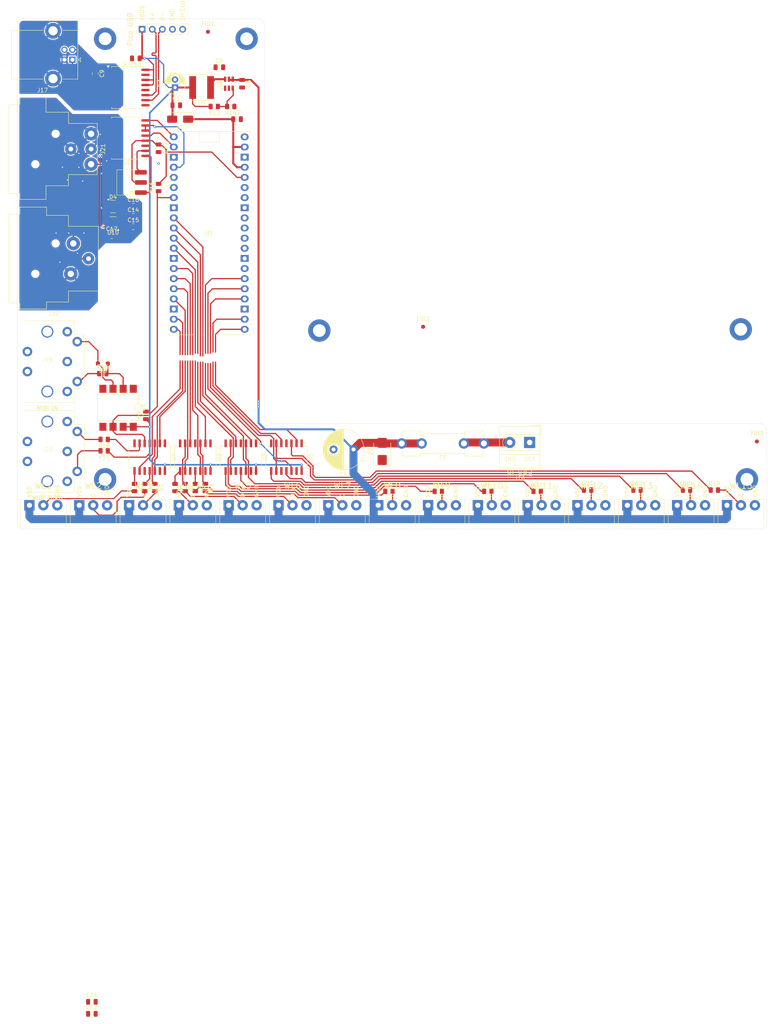
<source format=kicad_pcb>
(kicad_pcb (version 20240108) (generator "pcbnew") (generator_version "8.0")
  (layers (0 "F.Cu" signal) (31 "B.Cu" signal) (34 "B.Paste" user) (35 "F.Paste" user) (36 "B.SilkS" user "B.Silkscreen") (37 "F.SilkS" user "F.Silkscreen") (38 "B.Mask" user) (39 "F.Mask" user) (44 "Edge.Cuts" user))
  (net 0 "")
  (net 1 "+5V")
  (net 2 "GND")
  (net 3 "Net-(D1-K)")
  (net 4 "+3.3V")
  (net 5 "VDD")
  (net 6 "Net-(U6-SW)")
  (net 7 "Net-(U6-CB)")
  (net 8 "Net-(J17-VBUS)")
  (net 9 "Net-(U10-EN)")
  (net 10 "Net-(U10-GND)")
  (net 11 "Net-(U10-OUT)")
  (net 12 "Net-(D3-A)")
  (net 13 "Net-(D3-K)")
  (net 14 "Net-(D4-Pad1)")
  (net 15 "Net-(D4-Pad2)")
  (net 16 "/Drivers/WLED driver 1/DOUT")
  (net 17 "/Drivers/WLED driver 2/DOUT")
  (net 18 "/Drivers/WLED driver 3/DOUT")
  (net 19 "/Drivers/WLED driver 4/DOUT")
  (net 20 "/Drivers/WLED driver 5/DOUT")
  (net 21 "/Drivers/WLED driver 6/DOUT")
  (net 22 "/Drivers/WLED driver 7/DOUT")
  (net 23 "/Drivers/WLED driver 8/DOUT")
  (net 24 "/Drivers/WLED driver 9/DOUT")
  (net 25 "/Drivers/WLED driver 10/DOUT")
  (net 26 "/Drivers/WLED driver 11/DOUT")
  (net 27 "/Drivers/WLED driver 12/DOUT")
  (net 28 "/Drivers/WLED driver 13/DOUT")
  (net 29 "/Drivers/WLED driver 14/DOUT")
  (net 30 "/Drivers/WLED driver 15/DOUT")
  (net 31 "Net-(J17-GND)")
  (net 32 "Net-(J17-D+)")
  (net 33 "Net-(J17-D-)")
  (net 34 "Net-(J18-Pin_2)")
  (net 35 "Net-(J18-Pin_3)")
  (net 38 "Net-(J19-Pad4)")
  (net 45 "Net-(J20-Pad4)")
  (net 46 "Net-(J20-Pad5)")
  (net 48 "Net-(U9-B)")
  (net 49 "Net-(U9-A)")
  (net 50 "Net-(U2C-O)")
  (net 51 "Net-(U2D-O)")
  (net 52 "Net-(U2A-O)")
  (net 53 "Net-(U2B-O)")
  (net 54 "Net-(U3C-O)")
  (net 55 "Net-(U3D-O)")
  (net 56 "Net-(U3A-O)")
  (net 57 "Net-(U3B-O)")
  (net 58 "Net-(U4C-O)")
  (net 59 "Net-(U4D-O)")
  (net 60 "Net-(U4A-O)")
  (net 61 "Net-(U4B-O)")
  (net 62 "/MIDI/MIDI_UART")
  (net 63 "Net-(U5D-O)")
  (net 64 "Net-(U6-FB)")
  (net 65 "Net-(U5A-O)")
  (net 66 "Net-(U5B-O)")
  (net 67 "Net-(U9-D2)")
  (net 68 "Net-(U9-D1)")
  (net 69 "/D13")
  (net 70 "/D1")
  (net 71 "/DMX512/RX")
  (net 74 "/D15")
  (net 75 "/D6")
  (net 76 "/D2")
  (net 77 "/D10")
  (net 78 "/USB_EN")
  (net 80 "/D5")
  (net 81 "/D3")
  (net 82 "/D9")
  (net 84 "/DMX512/DIR")
  (net 85 "/D12")
  (net 86 "/D7")
  (net 87 "/D11")
  (net 90 "/DMX512/TX")
  (net 91 "/D14")
  (net 92 "/DEN")
  (net 93 "/D8")
  (net 94 "/D4")
  (net 97 "Net-(U5C-O)")
  (net 101 "Net-(J16-Pin_2)")
  (footprint "Resistor_SMD:R_0805_2012Metric" (layer "F.Cu") (at 147.0025 -100.0125 180)
    (property "Reference" "R14")
    (property "Value" "22.1kΩ")
  )
  (footprint "mechanical:MountingHole_3.2mm_M3_DIN965_Pad" (layer "F.Cu") (at 151 -117)
    (property "Reference" "H5" (hide yes))
    (property "Value" "MountingHole_Pad")
  )
  (footprint "Resistor_SMD:R_0805_2012Metric" (layer "F.Cu") (at 128.905 -79.6925 90)
    (property "Reference" "R16")
    (property "Value" "10kΩ")
  )
  (footprint "Package_DIP:SMDIP-8_W9.53mm" (layer "F.Cu") (at 118.745 -24.4475 -90)
    (property "Reference" "U8")
    (property "Value" "6N137")
  )
  (footprint "conn:TerminalBlock_Degson_1x03_P3.50mm_Horizontal" (layer "F.Cu") (at 271.5 0)
    (property "Reference" "J15" (hide yes))
    (property "Value" "Screw_Terminal_01x03")
  )
  (footprint "Capacitor_SMD:C_0805_2012Metric" (layer "F.Cu") (at 117.1575 -67.6275)
    (property "Reference" "C17")
    (property "Value" "1μF")
  )
  (footprint "Resistor_SMD:R_0805_2012Metric" (layer "F.Cu") (at 261.3425 -3.81)
    (property "Reference" "R20")
    (property "Value" "100Ω")
  )
  (footprint "Capacitor_SMD:C_0805_2012Metric" (layer "F.Cu") (at 122.555 -74.93)
    (property "Reference" "C16")
    (property "Value" "100nF")
  )
  (footprint "conn:TerminalBlock_Degson_1x03_P3.50mm_Horizontal" (layer "F.Cu") (at 159 0)
    (property "Reference" "J6" (hide yes))
    (property "Value" "Screw_Terminal_01x03")
  )
  (footprint "Package_SO:SOIC-16W_7.5x10.3mm_P1.27mm" (layer "F.Cu") (at 120.9675 -104.775)
    (property "Reference" "U7")
    (property "Value" "ADUM4160")
  )
  (footprint "conn:DIN5_57PC5F" (layer "F.Cu") (at 101 -36.04)
    (property "Reference" "J19")
    (property "Value" "DIN-5_180degree")
  )
  (footprint "Resistor_SMD:R_0805_2012Metric" (layer "F.Cu") (at 127.9525 -4.445 -90)
    (property "Reference" "R9")
    (property "Value" "100Ω")
  )
  (footprint "conn:TerminalBlock_Degson_1x03_P3.50mm_Horizontal" (layer "F.Cu") (at 121.5 0)
    (property "Reference" "J3" (hide yes))
    (property "Value" "Screw_Terminal_01x03")
  )
  (footprint "Resistor_SMD:R_0805_2012Metric" (layer "F.Cu") (at 115.2525 -13.6525 180)
    (property "Reference" "R17")
    (property "Value" "220Ω")
  )
  (footprint "conn:Fuseholder_FS002" (layer "F.Cu") (at 210.5 -15.5 180)
    (property "Reference" "F1")
    (property "Value" "Fuse")
  )
  (footprint "conn:TerminalBlock_Degson_1x03_P3.50mm_Horizontal" (layer "F.Cu") (at 259 0)
    (property "Reference" "J14" (hide yes))
    (property "Value" "Screw_Terminal_01x03")
  )
  (footprint "Fiducial:Fiducial_1mm_Mask2mm" (layer "F.Cu") (at 141.2875 -118.745)
    (property "Reference" "FID1")
    (property "Value" "Fiducial")
  )
  (footprint "conn:TerminalBlock_Degson_1x03_P3.50mm_Horizontal" (layer "F.Cu") (at 234 0)
    (property "Reference" "J12" (hide yes))
    (property "Value" "Screw_Terminal_01x03")
  )
  (footprint "mechanical:MountingHole_3.2mm_M3_DIN965_Pad" (layer "F.Cu") (at 274.955 -44.1325)
    (property "Reference" "H6" (hide yes))
    (property "Value" "MountingHole_Pad")
  )
  (footprint "conn:TerminalBlock_Degson_1x03_P3.50mm_Horizontal" (layer "F.Cu") (at 134 0)
    (property "Reference" "J4" (hide yes))
    (property "Value" "Screw_Terminal_01x03")
  )
  (footprint "Diode_SMD:D_SMA" (layer "F.Cu") (at 134.3025 -96.8375 180)
    (property "Reference" "D1")
    (property "Value" "SK34A")
  )
  (footprint "conn:TerminalBlock_Degson_1x03_P3.50mm_Horizontal" (layer "F.Cu") (at 184 0)
    (property "Reference" "J8" (hide yes))
    (property "Value" "Screw_Terminal_01x03")
  )
  (footprint "Capacitor_SMD:C_0805_2012Metric" (layer "F.Cu") (at 122.555 -69.85)
    (property "Reference" "C15")
    (property "Value" "10μF")
  )
  (footprint "Package_SO:SO-14_5.3x10.2mm_P1.27mm" (layer "F.Cu") (at 160.9725 -12.065 -90)
    (property "Reference" "U5")
    (property "Value" "74HCT125")
  )
  (footprint "Resistor_SMD:R_0805_2012Metric" (layer "F.Cu") (at 138.1125 -4.445 -90)
    (property "Reference" "R2")
    (property "Value" "100Ω")
  )
  (footprint "Resistor_SMD:R_0805_2012Metric" (layer "F.Cu") (at 268.3275 -3.81)
    (property "Reference" "R19")
    (property "Value" "100Ω")
  )
  (footprint "Resistor_SMD:R_0805_2012Metric" (layer "F.Cu") (at 186.69 -3.4925)
    (property "Reference" "R5")
    (property "Value" "100Ω")
  )
  (footprint "Package_TO_SOT_SMD:SOT-23-5" (layer "F.Cu") (at 117.475 -70.8025 180)
    (property "Reference" "U10")
    (property "Value" "TLV74333")
  )
  (footprint "Fiducial:Fiducial_1mm_Mask2mm" (layer "F.Cu") (at 195.2625 -44.7675)
    (property "Reference" "FID2")
    (property "Value" "Fiducial")
  )
  (footprint "Resistor_SMD:R_0805_2012Metric" (layer "F.Cu") (at 133.0325 -4.445 -90)
    (property "Reference" "R1")
    (property "Value" "100Ω")
  )
  (footprint "Diode_SMD:D_SOD-323_HandSoldering" (layer "F.Cu") (at 114.935 -35.56 180)
    (property "Reference" "D3")
    (property "Value" "1N4148WS")
  )
  (footprint "Resistor_SMD:R_0805_2012Metric" (layer "F.Cu") (at 248.92 -3.81)
    (property "Reference" "R12")
    (property "Value" "100Ω")
  )
  (footprint "Diode_SMD:D_SMB" (layer "F.Cu") (at 185 -13.5 90)
    (property "Reference" "D2")
    (property "Value" "S2A")
  )
  (footprint "conn:TerminalBlock_Degson_1x03_P3.50mm_Horizontal" (layer "F.Cu") (at 196.5 0)
    (property "Reference" "J9" (hide yes))
    (property "Value" "Screw_Terminal_01x03")
  )
  (footprint "Resistor_SMD:R_0805_2012Metric" (layer "F.Cu") (at 114.895 -33.02)
    (property "Reference" "R15")
    (property "Value" "220Ω")
  )
  (footprint "Capacitor_SMD:C_0805_2012Metric" (layer "F.Cu") (at 122.555 -72.39)
    (property "Reference" "C14")
    (property "Value" "10μF")
  )
  (footprint "conn:TerminalBlock_Degson_1x03_P3.50mm_Horizontal" (layer "F.Cu") (at 209 0)
    (property "Reference" "J10" (hide yes))
    (property "Value" "Screw_Terminal_01x03")
  )
  (footprint "mechanical:MountingHole_3.2mm_M3_DIN965_Pad" (layer "F.Cu") (at 276.5 -6.5)
    (property "Reference" "H2" (hide yes))
    (property "Value" "MountingHole_Pad")
  )
  (footprint "Capacitor_SMD:C_0805_2012Metric" (layer "F.Cu") (at 123.19 -112.0775 180)
    (property "Reference" "C10")
    (property "Value" "1μF")
  )
  (footprint "Capacitor_SMD:C_0805_2012Metric" (layer "F.Cu") (at 128.905 -89.535 -90)
    (property "Reference" "C13")
    (property "Value" "100nF")
  )
  (footprint "Capacitor_SMD:C_0805_2012Metric" (layer "F.Cu") (at 112.1675 124.545)
    (property "Reference" "C11")
    (property "Value" "100nF")
  )
  (footprint "Connector_Audio:Jack_XLR_Neutrik_NC3MAH_Horizontal" (layer "F.Cu") (at 111.97 -93.16 -90)
    (property "Reference" "J21")
    (property "Value" "NC3MAH")
  )
  (footprint "Capacitor_SMD:C_0805_2012Metric" (layer "F.Cu") (at 144.145 -109.855)
    (property "Reference" "C6")
    (property "Value" "100nF")
  )
  (footprint "Resistor_SMD:R_0805_2012Metric" (layer "F.Cu") (at 140.6525 -4.445 -90)
    (property "Reference" "R3")
    (property "Value" "100Ω")
  )
  (footprint "Resistor_SMD:R_0805_2012Metric" (layer "F.Cu") (at 115.2525 -16.51 180)
    (property "Reference" "R18")
    (property "Value" "220Ω")
  )
  (footprint "Resistor_SMD:R_0805_2012Metric" (layer "F.Cu") (at 125.4125 -4.445 -90)
    (property "Reference" "R8")
    (property "Value" "100Ω")
  )
  (footprint "Capacitor_SMD:C_0805_2012Metric" (layer "F.Cu") (at 149.86 -105.7275 -90)
    (property "Reference" "C5")
    (property "Value" "1μF")
  )
  (footprint "Resistor_SMD:R_0805_2012Metric" (layer "F.Cu") (at 199.0725 -3.4925)
    (property "Reference" "R10")
    (property "Value" "100Ω")
  )
  (footprint "conn:TerminalBlock_1x02_P5.00mm_Horizontal" (layer "F.Cu") (at 222 -15.75 180)
    (property "Reference" "J16")
    (property "Value" "Screw_Terminal_01x02")
  )
  (footprint "MCU_RaspberryPi_and_Boards:RPi_Pico_TH" (layer "F.Cu") (at 141.605 -68.2625)
    (property "Reference" "U1")
    (property "Value" "Pico")
  )
  (footprint "Capacitor_SMD:C_0805_2012Metric" (layer "F.Cu") (at 113.03 -108.2675 -90)
    (property "Reference" "C9")
    (property "Value" "1μF")
  )
  (footprint "Capacitor_SMD:C_0805_2012Metric" (layer "F.Cu") (at 133.35 -100.33)
    (property "Reference" "C1")
    (property "Value" "100nF")
  )
  (footprint "mechanical:MountingHole_3.2mm_M3_DIN965_Pad" (layer "F.Cu") (at 169.2275 -43.815)
    (property "Reference" "H4" (hide yes))
    (property "Value" "MountingHole_Pad")
  )
  (footprint "Resistor_SMD:R_0805_2012Metric" (layer "F.Cu") (at 223.8775 -3.4925)
    (property "Reference" "R11")
    (property "Value" "100Ω")
  )
  (footprint "conn:TerminalBlock_Degson_1x03_P3.50mm_Horizontal" (layer "F.Cu") (at 221.5 0)
    (property "Reference" "J11" (hide yes))
    (property "Value" "Screw_Terminal_01x03")
  )
  (footprint "conn:TerminalBlock_Degson_1x03_P3.50mm_Horizontal" (layer "F.Cu") (at 109 0)
    (property "Reference" "J2" (hide yes))
    (property "Value" "Screw_Terminal_01x03")
  )
  (footprint "mechanical:MountingHole_3.2mm_M3_DIN965_Pad" (layer "F.Cu") (at 115.5 -6.5)
    (property "Reference" "H3" (hide yes))
    (property "Value" "MountingHole_Pad")
  )
  (footprint "Fiducial:Fiducial_1mm_Mask2mm" (layer "F.Cu") (at 279 -16)
    (property "Reference" "FID3")
    (property "Value" "Fiducial")
  )
  (footprint "Capacitor_SMD:C_0805_2012Metric" (layer "F.Cu") (at 112.1675 127.555)
    (property "Reference" "C12")
    (property "Value" "100nF")
  )
  (footprint "mechanical:MountingHole_3.2mm_M3_DIN965_Pad" (layer "F.Cu") (at 115.5 -117)
    (property "Reference" "H1" (hide yes))
    (property "Value" "MountingHole_Pad")
  )
  (footprint "Package_SO:SOIC-16W_7.5x10.3mm_P1.27mm" (layer "F.Cu") (at 120.9675 -92.075 180)
    (property "Reference" "U9")
    (property "Value" "ISO35T")
  )
  (footprint "conn:TerminalBlock_Degson_1x03_P3.50mm_Horizontal" (layer "F.Cu") (at 96.5 0)
    (property "Reference" "J1" (hide yes))
    (property "Value" "Screw_Terminal_01x03")
  )
  (footprint "Resistor_SMD:R_0805_2012Metric" (layer "F.Cu") (at 122.8725 -4.445 -90)
    (property "Reference" "R7")
    (property "Value" "100Ω")
  )
  (footprint "Resistor_SMD:R_0805_2012Metric" (layer "F.Cu") (at 135.5725 -4.445 -90)
    (property "Reference" "R4")
    (property "Value" "100Ω")
  )
  (footprint "Package_TO_SOT_SMD:SOT-23" (layer "F.Cu") (at 117.475 -74.93)
    (property "Reference" "D4")
    (property "Value" "BAT54C")
  )
  (footprint "Resistor_SMD:R_0805_2012Metric" (layer "F.Cu") (at 142.875 -100.0125 180)
    (property "Reference" "R13")
    (property "Value" "118kΩ")
  )
  (footprint "conn:PinHeader_1x05_P2.54mm_Vertical" (layer "F.Cu") (at 124.7775 -119.38 90)
    (property "Reference" "J18" (hide yes))
    (property "Value" "Header_01x05")
  )
  (footprint "Package_SO:SO-14_5.3x10.2mm_P1.27mm" (layer "F.Cu") (at 126.6825 -12.065 -90)
    (property "Reference" "U4")
    (property "Value" "74HCT125")
  )
  (footprint "Inductor_SMD:L_Changjiang_FNR6045S" (layer "F.Cu") (at 139.7 -104.775 180)
    (property "Reference" "L1")
    (property "Value" "15μH")
  )
  (footprint "Capacitor_SMD:C_0805_2012Metric" (layer "F.Cu") (at 148.59 -96.8375)
    (property "Reference" "C2")
    (property "Value" "100nF")
  )
  (footprint "conn:DIN5_57PC5F" (layer "F.Cu") (at 101 -13.5)
    (property "Reference" "J20")
    (property "Value" "DIN-5_180degree")
  )
  (footprint "Capacitor_SMD:C_0805_2012Metric" (layer "F.Cu") (at 125.73 -22.5425 90)
    (property "Reference" "C8")
    (property "Value" "100nF")
  )
  (footprint "Package_TO_SOT_SMD:SOT-23-6" (layer "F.Cu") (at 146.5525 -105.7275 90)
    (property "Reference" "U6")
    (property "Value" "LMR54410")
  )
  (footprint "ics:Bourns_PAD00x-T764" (layer "F.Cu") (at 124.46 -80.9625 -90)
    (property "Reference" "TR1")
    (property "Value" "T764117S")
  )
  (footprint "Connector_USB:USB_B_Lumberg_2411_02_Horizontal" (layer "F.Cu") (at 107.2875 -111.75 180)
    (property "Reference" "J17")
    (property "Value" "USB_B")
  )
  (footprint "Capacitor_THT:CP_Radial_D5.0mm_P2.00mm" (layer "F.Cu") (at 133.0325 -104.772388 90)
    (property "Reference" "C7")
    (property "Value" "100μF")
  )
  (footprint "Package_SO:SO-14_5.3x10.2mm_P1.27mm" (layer "F.Cu") (at 149.5425 -12.065 -90)
    (property "Reference" "U3")
    (property "Value" "74HCT125")
  )
  (footprint "conn:TerminalBlock_Degson_1x03_P3.50mm_Horizontal" (layer "F.Cu") (at 246.5 0)
    (property "Reference" "J13" (hide yes))
    (property "Value" "Screw_Terminal_01x03")
  )
  (footprint "Resistor_SMD:R_0805_2012Metric" (layer "F.Cu") (at 236.5375 -3.81)
    (property "Reference" "R21")
    (property "Value" "100Ω")
  )
  (footprint "Capacitor_THT:CP_Radial_D10.0mm_P5.00mm" (layer "F.Cu") (at 177.8 -14 180)
    (property "Reference" "C4")
    (property "Value" "220μF")
  )
  (footprint "conn:TerminalBlock_Degson_1x03_P3.50mm_Horizontal" (layer "F.Cu") (at 146.5 0)
    (property "Reference" "J5" (hide yes))
    (property "Value" "Screw_Terminal_01x03")
  )
  (footprint "Resistor_SMD:R_0805_2012Metric" (layer "F.Cu") (at 211.495 -3.4925)
    (property "Reference" "R6")
    (property "Value" "100Ω")
  )
  (footprint "Connector_Audio:Jack_XLR_Neutrik_NC3FAH_Horizontal" (layer "F.Cu") (at 106.88 -58.04 180)
    (property "Reference" "J22")
    (property "Value" "NC3FAH")
  )
  (footprint "Package_SO:SO-14_5.3x10.2mm_P1.27mm" (layer "F.Cu") (at 138.1125 -12.065 -90)
    (property "Reference" "U2")
    (property "Value" "74HCT125")
  )
  (footprint "conn:TerminalBlock_Degson_1x03_P3.50mm_Horizontal" (layer "F.Cu") (at 171.5 0)
    (property "Reference" "J7" (hide yes))
    (property "Value" "Screw_Terminal_01x03")
  )
  (gr_arc (start 279.93934 -20.43934) (mid 281 -20) (end 281.43934 -18.93934) (stroke (width 0.05)) (layer "Edge.Cuts"))
  (gr_arc (start 95 6) (mid 93.93934 5.56066) (end 93.5 4.5) (stroke (width 0.05)) (layer "Edge.Cuts"))
  (gr_line (start 95 6) (end 280 6) (stroke (width 0.05)) (layer "Edge.Cuts"))
  (gr_arc (start 153.93934 -122) (mid 155 -121.56066) (end 155.43934 -120.5) (stroke (width 0.05)) (layer "Edge.Cuts"))
  (gr_arc (start 93.5 -120.5) (mid 93.93934 -121.56066) (end 95 -122) (stroke (width 0.05)) (layer "Edge.Cuts"))
  (gr_arc (start 281.5 4.5) (mid 281.06066 5.56066) (end 280 6) (stroke (width 0.05)) (layer "Edge.Cuts"))
  (gr_line (start 153.93934 -122) (end 95 -122) (stroke (width 0.05)) (layer "Edge.Cuts"))
  (gr_line (start 281.5 4.5) (end 281.43934 -18.93934) (stroke (width 0.05)) (layer "Edge.Cuts"))
  (gr_line (start 280 -20.5) (end 157 -20.5) (stroke (width 0.05)) (layer "Edge.Cuts"))
  (gr_line (start 155.5 -22) (end 155.5 -120.5) (stroke (width 0.05)) (layer "Edge.Cuts"))
  (gr_line (start 93.5 -120.5) (end 93.5 4.5) (stroke (width 0.05)) (layer "Edge.Cuts"))
  (gr_arc (start 157 -20.5) (mid 155.93934 -20.93934) (end 155.5 -22) (stroke (width 0.05)) (layer "Edge.Cuts"))
  (segment (start 132.395 -96.93) (end 132.3025 -96.8375) (width 0.5) (layer "F.Cu") (net 1))
  (segment (start 124.14 -112.0775) (end 125.4125 -112.0775) (width 0.4) (layer "F.Cu") (net 1))
  (segment (start 125.6175 -109.22) (end 127.635 -109.22) (width 0.3) (layer "F.Cu") (net 1))
  (segment (start 126.0475 -112.0775) (end 125.4125 -112.0775) (width 0.3) (layer "F.Cu") (net 1))
  (segment (start 125.73 -12.065) (end 126.6825 -13.0175) (width 0.3) (layer "F.Cu") (net 1))
  (segment (start 138.1125 -100.0125) (end 141.9625 -100.0125) (width 0.3) (layer "F.Cu") (net 1))
  (segment (start 137.45 -100.675) (end 138.1125 -100.0125) (width 0.3) (layer "F.Cu") (net 1))
  (segment (start 141.9225 -8.6025) (end 141.9225 -10.16) (width 0.3) (layer "F.Cu") (net 1))
  (segment (start 125.6175 -106.68) (end 127.635 -106.68) (width 0.3) (layer "F.Cu") (net 1))
  (segment (start 132.395 -104.134888) (end 133.0325 -104.772388) (width 0.5) (layer "F.Cu") (net 1))
  (segment (start 132.395 -100.33) (end 132.395 -104.134888) (width 0.5) (layer "F.Cu") (net 1))
  (segment (start 125.6175 -105.41) (end 127.3175 -105.41) (width 0.3) (layer "F.Cu") (net 1))
  (segment (start 127.635 -106.68) (end 127.635 -109.22) (width 0.3) (layer "F.Cu") (net 1))
  (segment (start 127.635 -105.7275) (end 127.635 -106.68) (width 0.3) (layer "F.Cu") (net 1))
  (segment (start 126.6825 -20.64) (end 126.6825 -19.685) (width 0.4) (layer "F.Cu") (net 1))
  (segment (start 125.73 -21.5925) (end 126.6825 -20.64) (width 0.4) (layer "F.Cu") (net 1))
  (segment (start 127.635 -110.49) (end 126.0475 -112.0775) (width 0.3) (layer "F.Cu") (net 1))
  (segment (start 133.0325 -104.772388) (end 137.447388 -104.772388) (width 0.5) (layer "F.Cu") (net 1))
  (segment (start 153.3525 -8.6025) (end 153.3525 -10.16) (width 0.3) (layer "F.Cu") (net 1))
  (segment (start 126.6825 -13.0175) (end 126.6825 -15.5275) (width 0.3) (layer "F.Cu") (net 1))
  (segment (start 137.447388 -104.772388) (end 137.45 -104.775) (width 0.5) (layer "F.Cu") (net 1))
  (segment (start 117.7525 -12.065) (end 125.73 -12.065) (width 0.3) (layer "F.Cu") (net 1))
  (segment (start 116.165 -13.6525) (end 117.7525 -12.065) (width 0.3) (layer "F.Cu") (net 1))
  (segment (start 127.635 -109.22) (end 127.635 -110.49) (width 0.3) (layer "F.Cu") (net 1))
  (segment (start 137.45 -104.775) (end 137.45 -100.675) (width 0.3) (layer "F.Cu") (net 1))
  (segment (start 130.4925 -8.6025) (end 130.4925 -10.16) (width 0.3) (layer "F.Cu") (net 1))
  (segment (start 124.7775 -119.38) (end 124.7775 -112.0775) (width 0.4) (layer "F.Cu") (net 1))
  (segment (start 127.3175 -105.41) (end 127.635 -105.7275) (width 0.3) (layer "F.Cu") (net 1))
  (segment (start 124.7775 -112.0775) (end 124.14 -112.0775) (width 0.3) (layer "F.Cu") (net 1))
  (segment (start 126.6825 -15.5275) (end 126.6825 -19.6825) (width 0.3) (layer "F.Cu") (net 1))
  (segment (start 132.395 -100.33) (end 132.395 -96.93) (width 0.5) (layer "F.Cu") (net 1))
  (segment (start 164.7825 -8.6025) (end 164.7825 -10.16) (width 0.4) (layer "F.Cu") (net 1))
  (segment (start 126.6825 -19.6825) (end 120.0125 -19.6825) (width 0.3) (layer "F.Cu") (net 1))
  (via (at 125.4125 -112.0775) (size 0.6) (drill 0.3) (layers "F.Cu" "B.Cu") (net 1))
  (via (at 126.6825 -19.685) (size 0.6) (drill 0.3) (layers "F.Cu" "B.Cu") (net 1))
  (via (at 153.3525 -10.16) (size 0.6) (drill 0.3) (layers "F.Cu" "B.Cu") (net 1))
  (via (at 130.4925 -10.16) (size 0.6) (drill 0.3) (layers "F.Cu" "B.Cu") (net 1))
  (via (at 164.7825 -10.16) (size 0.6) (drill 0.3) (layers "F.Cu" "B.Cu") (net 1))
  (via (at 141.9225 -10.16) (size 0.6) (drill 0.3) (layers "F.Cu" "B.Cu") (net 1))
  (segment (start 153.3525 -10.16) (end 141.9225 -10.16) (width 0.4) (layer "B.Cu") (net 1))
  (segment (start 131.447612 -104.772388) (end 133.0325 -104.772388) (width 0.3) (layer "B.Cu") (net 1))
  (segment (start 128.5875 -112.0775) (end 130.175 -110.49) (width 0.3) (layer "B.Cu") (net 1))
  (segment (start 126.6825 -98.422388) (end 133.0325 -104.772388) (width 0.4) (layer "B.Cu") (net 1))
  (segment (start 141.9225 -10.16) (end 127.9525 -10.16) (width 0.4) (layer "B.Cu") (net 1))
  (segment (start 130.175 -106.045) (end 131.447612 -104.772388) (width 0.3) (layer "B.Cu") (net 1))
  (segment (start 164.7825 -10.16) (end 153.3525 -10.16) (width 0.4) (layer "B.Cu") (net 1))
  (segment (start 125.4125 -112.0775) (end 128.5875 -112.0775) (width 0.3) (layer "B.Cu") (net 1))
  (segment (start 130.175 -110.49) (end 130.175 -106.045) (width 0.3) (layer "B.Cu") (net 1))
  (segment (start 126.6825 -11.43) (end 126.6825 -98.422388) (width 0.4) (layer "B.Cu") (net 1))
  (segment (start 127.9525 -10.16) (end 126.6825 -11.43) (width 0.4) (layer "B.Cu") (net 1))
  (via (at 128.905 -85.725) (size 0.6) (drill 0.3) (layers "F.Cu" "B.Cu") (net 2))
  (segment (start 147.6375 -96.8375) (end 147.6375 -89.8525) (width 0.5) (layer "F.Cu") (net 3))
  (segment (start 147.6375 -85.725) (end 148.59 -84.7725) (width 0.5) (layer "F.Cu") (net 3))
  (segment (start 147.6375 -89.8525) (end 147.6375 -85.725) (width 0.5) (layer "F.Cu") (net 3))
  (segment (start 150.495 -89.8525) (end 147.6375 -89.8525) (width 0.5) (layer "F.Cu") (net 3))
  (segment (start 136.3025 -96.8375) (end 147.6375 -96.8375) (width 0.5) (layer "F.Cu") (net 3))
  (segment (start 148.59 -84.7725) (end 150.495 -84.7725) (width 0.5) (layer "F.Cu") (net 3))
  (segment (start 142.24 -88.5825) (end 148.59 -82.2325) (width 0.3) (layer "F.Cu") (net 4))
  (segment (start 130.80875 -88.5825) (end 130.80875 -82.50875) (width 0.3) (layer "F.Cu") (net 4))
  (segment (start 125.6175 -91.44) (end 127.32 -91.44) (width 0.3) (layer "F.Cu") (net 4))
  (segment (start 130.80875 -89.21625) (end 130.80875 -88.74125) (width 0.3) (layer "F.Cu") (net 4))
  (segment (start 123.19 -91.44) (end 125.6175 -91.44) (width 0.3) (layer "F.Cu") (net 4))
  (segment (start 124.46 -80.9625) (end 122.8725 -80.9625) (width 0.3) (layer "F.Cu") (net 4))
  (segment (start 130.80875 -82.50875) (end 128.905 -80.605) (width 0.3) (layer "F.Cu") (net 4))
  (segment (start 128.5875 -90.1725) (end 129.8525 -90.1725) (width 0.3) (layer "F.Cu") (net 4))
  (segment (start 129.8525 -90.1725) (end 130.80875 -89.21625) (width 0.3) (layer "F.Cu") (net 4))
  (segment (start 130.80875 -88.74125) (end 130.9675 -88.5825) (width 0.3) (layer "F.Cu") (net 4))
  (segment (start 122.2375 -90.4875) (end 123.19 -91.44) (width 0.3) (layer "F.Cu") (net 4))
  (segment (start 127.32 -91.44) (end 128.5875 -90.1725) (width 0.3) (layer "F.Cu") (net 4))
  (segment (start 148.59 -82.2325) (end 150.495 -82.2325) (width 0.3) (layer "F.Cu") (net 4))
  (segment (start 130.9675 -88.5825) (end 142.24 -88.5825) (width 0.3) (layer "F.Cu") (net 4))
  (segment (start 122.2375 -81.5975) (end 122.2375 -90.4875) (width 0.3) (layer "F.Cu") (net 4))
  (segment (start 122.8725 -80.9625) (end 122.2375 -81.5975) (width 0.3) (layer "F.Cu") (net 4))
  (segment (start 149.86 -106.6775) (end 146.74 -106.6775) (width 0.5) (layer "F.Cu") (net 5))
  (segment (start 194.9 -15.5) (end 185.15 -15.5) (width 2) (layer "F.Cu") (net 5))
  (segment (start 152.085 -106.6775) (end 149.86 -106.6775) (width 0.5) (layer "F.Cu") (net 5))
  (segment (start 153.9875 -104.775) (end 152.085 -106.6775) (width 0.5) (layer "F.Cu") (net 5))
  (segment (start 185 -15.65) (end 179.45 -15.65) (width 2) (layer "F.Cu") (net 5))
  (segment (start 146.74 -106.6775) (end 146.5525 -106.865) (width 0.5) (layer "F.Cu") (net 5))
  (segment (start 179.45 -15.65) (end 177.8 -14) (width 2) (layer "F.Cu") (net 5))
  (segment (start 153.9875 -104.775) (end 153.9875 -26.035) (width 0.5) (layer "F.Cu") (net 5))
  (via (at 153.9875 -25.4) (size 0.6) (drill 0.3) (layers "F.Cu" "B.Cu") (net 5))
  (via (at 153.9875 -24.765) (size 0.6) (drill 0.3) (layers "F.Cu" "B.Cu") (net 5))
  (via (at 153.9875 -26.035) (size 0.6) (drill 0.3) (layers "F.Cu" "B.Cu") (net 5))
  (segment (start 182.88 -2.8575) (end 182.88 0) (width 2) (layer "B.Cu") (net 5))
  (segment (start 177.8 -14) (end 177.8 -7.9375) (width 2) (layer "B.Cu") (net 5))
  (segment (start 221.5 0) (end 221.5 3.3775) (width 2) (layer "B.Cu") (net 5))
  (segment (start 146.685 3.4925) (end 133.985 3.4925) (width 2) (layer "B.Cu") (net 5))
  (segment (start 221.615 3.4925) (end 233.9975 3.4925) (width 2) (layer "B.Cu") (net 5))
  (segment (start 155.575 -19.05) (end 172.75 -19.05) (width 0.5) (layer "B.Cu") (net 5))
  (segment (start 177.8 -7.9375) (end 182.88 -2.8575) (width 2) (layer "B.Cu") (net 5))
  (segment (start 153.9875 -25.4) (end 153.9875 -24.765) (width 0.5) (layer "B.Cu") (net 5))
  (segment (start 153.9875 -20.6375) (end 155.575 -19.05) (width 0.5) (layer "B.Cu") (net 5))
  (segment (start 146.5 3.3075) (end 146.685 3.4925) (width 2) (layer "B.Cu") (net 5))
  (segment (start 153.9875 -26.035) (end 153.9875 -25.4) (width 0.5) (layer "B.Cu") (net 5))
  (segment (start 134 0) (end 134 3.4775) (width 2) (layer "B.Cu") (net 5))
  (segment (start 196.5 3.46) (end 196.5325 3.4925) (width 2) (layer "B.Cu") (net 5))
  (segment (start 153.9875 -26.035) (end 153.9875 -20.6375) (width 0.5) (layer "B.Cu") (net 5))
  (segment (start 182.88 0) (end 182.88 3.4925) (width 2) (layer "B.Cu") (net 5))
  (segment (start 259 0) (end 259 3.4125) (width 2) (layer "B.Cu") (net 5))
  (segment (start 196.5 0) (end 196.5 3.46) (width 2) (layer "B.Cu") (net 5))
  (segment (start 109 3.395) (end 108.9025 3.4925) (width 2) (layer "B.Cu") (net 5))
  (segment (start 234 0) (end 234 3.49) (width 2) (layer "B.Cu") (net 5))
  (segment (start 182.88 3.4925) (end 196.5325 3.4925) (width 2) (layer "B.Cu") (net 5))
  (segment (start 172.75 -19.05) (end 177.8 -14) (width 0.5) (layer "B.Cu") (net 5))
  (segment (start 246.5 0) (end 246.5 3.3725) (width 2) (layer "B.Cu") (net 5))
  (segment (start 121.5 3.39) (end 121.6025 3.4925) (width 2) (layer "B.Cu") (net 5))
  (segment (start 271.5 3.1375) (end 271.5 0) (width 2) (layer "B.Cu") (net 5))
  (segment (start 182.88 3.4925) (end 171.45 3.4925) (width 2) (layer "B.Cu") (net 5))
  (segment (start 233.9975 3.4925) (end 246.38 3.4925) (width 2) (layer "B.Cu") (net 5))
  (segment (start 159 3.425) (end 159.0675 3.4925) (width 2) (layer "B.Cu") (net 5))
  (segment (start 259.08 3.4925) (end 271.145 3.4925) (width 2) (layer "B.Cu") (net 5))
  (segment (start 171.5 3.4425) (end 171.45 3.4925) (width 2) (layer "B.Cu") (net 5))
  (segment (start 246.38 3.4925) (end 259.08 3.4925) (width 2) (layer "B.Cu") (net 5))
  (segment (start 121.5 0) (end 121.5 3.39) (width 2) (layer "B.Cu") (net 5))
  (segment (start 234 3.49) (end 233.9975 3.4925) (width 2) (layer "B.Cu") (net 5))
  (segment (start 97.155 3.4925) (end 96.5 2.8375) (width 2) (layer "B.Cu") (net 5))
  (segment (start 133.985 3.4925) (end 121.6025 3.4925) (width 2) (layer "B.Cu") (net 5))
  (segment (start 246.5 3.3725) (end 246.38 3.4925) (width 2) (layer "B.Cu") (net 5))
  (segment (start 184 0) (end 182.88 0) (width 2) (layer "B.Cu") (net 5))
  (segment (start 221.5 3.3775) (end 221.615 3.4925) (width 2) (layer "B.Cu") (net 5))
  (segment (start 171.5 0) (end 171.5 3.4425) (width 2) (layer "B.Cu") (net 5))
  (segment (start 196.5325 3.4925) (end 209.2325 3.4925) (width 2) (layer "B.Cu") (net 5))
  (segment (start 121.6025 3.4925) (end 108.9025 3.4925) (width 2) (layer "B.Cu") (net 5))
  (segment (start 171.45 3.4925) (end 159.0675 3.4925) (width 2) (layer "B.Cu") (net 5))
  (segment (start 108.9025 3.4925) (end 97.155 3.4925) (width 2) (layer "B.Cu") (net 5))
  (segment (start 159.0675 3.4925) (end 146.685 3.4925) (width 2) (layer "B.Cu") (net 5))
  (segment (start 259 3.4125) (end 259.08 3.4925) (width 2) (layer "B.Cu") (net 5))
  (segment (start 146.5 0) (end 146.5 3.3075) (width 2) (layer "B.Cu") (net 5))
  (segment (start 209.2325 3.4925) (end 221.615 3.4925) (width 2) (layer "B.Cu") (net 5))
  (segment (start 159 0) (end 159 3.425) (width 2) (layer "B.Cu") (net 5))
  (segment (start 209 3.26) (end 209.2325 3.4925) (width 2) (layer "B.Cu") (net 5))
  (segment (start 134 3.4775) (end 133.985 3.4925) (width 2) (layer "B.Cu") (net 5))
  (segment (start 209 0) (end 209 3.26) (width 2) (layer "B.Cu") (net 5))
  (segment (start 271.145 3.4925) (end 271.5 3.1375) (width 2) (layer "B.Cu") (net 5))
  (segment (start 96.5 2.8375) (end 96.5 0) (width 2) (layer "B.Cu") (net 5))
  (segment (start 109 0) (end 109 3.395) (width 2) (layer "B.Cu") (net 5))
  (segment (start 143.06 -106.865) (end 141.95 -105.755) (width 0.5) (layer "F.Cu") (net 6))
  (segment (start 141.95 -105.755) (end 141.95 -104.775) (width 0.5) (layer "F.Cu") (net 6))
  (segment (start 145.6025 -106.865) (end 143.06 -106.865) (width 0.5) (layer "F.Cu") (net 6))
  (segment (start 116.3175 -105.41) (end 118.11 -105.41) (width 0.3) (layer "F.Cu") (net 8))
  (segment (start 118.11 -106.68) (end 118.11 -108.9025) (width 0.3) (layer "F.Cu") (net 8))
  (segment (start 107.2875 -111.75) (end 107.2875 -103.215) (width 0.3) (layer "F.Cu") (net 8))
  (segment (start 118.11 -104.14) (end 118.11 -105.41) (width 0.3) (layer "F.Cu") (net 8))
  (segment (start 118.11 -108.9025) (end 117.7925 -109.22) (width 0.3) (layer "F.Cu") (net 8))
  (segment (start 117.475 -100.965) (end 118.11 -101.6) (width 0.3) (layer "F.Cu") (net 8))
  (segment (start 117.7925 -109.22) (end 116.3175 -109.22) (width 0.3) (layer "F.Cu") (net 8))
  (segment (start 113.0325 -109.22) (end 113.03 -109.2175) (width 0.3) (layer "F.Cu") (net 8))
  (segment (start 116.3175 -109.22) (end 113.0325 -109.22) (width 0.3) (layer "F.Cu") (net 8))
  (segment (start 118.11 -101.6) (end 118.11 -104.14) (width 0.3) (layer "F.Cu") (net 8))
  (segment (start 107.2875 -103.215) (end 109.5375 -100.965) (width 0.3) (layer "F.Cu") (net 8))
  (segment (start 116.3175 -104.14) (end 118.11 -104.14) (width 0.3) (layer "F.Cu") (net 8))
  (segment (start 109.5375 -100.965) (end 117.475 -100.965) (width 0.3) (layer "F.Cu") (net 8))
  (segment (start 118.11 -105.41) (end 118.11 -106.68) (width 0.3) (layer "F.Cu") (net 8))
  (segment (start 116.3175 -106.68) (end 118.11 -106.68) (width 0.3) (layer "F.Cu") (net 8))
  (segment (start 120.0125 -71.7525) (end 120.015 -71.755) (width 0.3) (layer "F.Cu") (net 9))
  (segment (start 120.0125 -69.8525) (end 118.6125 -69.8525) (width 0.3) (layer "F.Cu") (net 9))
  (segment (start 120.015 -71.755) (end 120.015 -69.85) (width 0.3) (layer "F.Cu") (net 9))
  (segment (start 118.4125 -74.93) (end 120.015 -74.93) (width 0.3) (layer "F.Cu") (net 9))
  (segment (start 121.605 -69.85) (end 120.015 -69.85) (width 0.3) (layer "F.Cu") (net 9))
  (segment (start 120.015 -69.85) (end 120.0125 -69.8525) (width 0.3) (layer "F.Cu") (net 9))
  (segment (start 120.015 -72.39) (end 120.015 -71.755) (width 0.3) (layer "F.Cu") (net 9))
  (segment (start 121.605 -72.39) (end 120.015 -72.39) (width 0.3) (layer "F.Cu") (net 9))
  (segment (start 120.015 -74.93) (end 121.605 -74.93) (width 0.3) (layer "F.Cu") (net 9))
  (segment (start 118.6125 -71.7525) (end 120.0125 -71.7525) (width 0.3) (layer "F.Cu") (net 9))
  (segment (start 120.015 -74.93) (end 120.015 -72.39) (width 0.3) (layer "F.Cu") (net 9))
  (via (at 114.3 -93.0275) (size 0.6) (drill 0.3) (layers "F.Cu" "B.Cu") (net 10))
  (via (at 106.3625 -68.2625) (size 0.6) (drill 0.3) (layers "F.Cu" "B.Cu") (net 10))
  (via (at 108.585 -63.1825) (size 0.6) (drill 0.3) (layers "F.Cu" "B.Cu") (net 10))
  (via (at 103.1875 -68.2625) (size 0.6) (drill 0.3) (layers "F.Cu" "B.Cu") (net 10))
  (via (at 104.775 -84.7725) (size 0.6) (drill 0.3) (layers "F.Cu" "B.Cu") (net 10))
  (via (at 106.045 -81.5975) (size 0.6) (drill 0.3) (layers "F.Cu" "B.Cu") (net 10))
  (via (at 109.855 -81.28) (size 0.6) (drill 0.3) (layers "F.Cu" "B.Cu") (net 10))
  (via (at 104.14 -60.96) (size 0.6) (drill 0.3) (layers "F.Cu" "B.Cu") (net 10))
  (via (at 114.3 -88.9) (size 0.6) (drill 0.3) (layers "F.Cu" "B.Cu") (net 10))
  (via (at 108.9025 -88.265) (size 0.6) (drill 0.3) (layers "F.Cu" "B.Cu") (net 10))
  (via (at 110.1725 -68.2625) (size 0.6) (drill 0.3) (layers "F.Cu" "B.Cu") (net 10))
  (via (at 108.9025 -84.7725) (size 0.6) (drill 0.3) (layers "F.Cu" "B.Cu") (net 10))
  (via (at 115.8875 -86.36) (size 0.6) (drill 0.3) (layers "F.Cu" "B.Cu") (net 10))
  (segment (start 114.935 -69.85) (end 116.335 -69.85) (width 0.3) (layer "F.Cu") (net 11))
  (segment (start 116.3375 -67.7575) (end 116.2075 -67.6275) (width 0.3) (layer "F.Cu") (net 11))
  (segment (start 116.3175 -87.63) (end 114.3 -87.63) (width 0.3) (layer "F.Cu") (net 11))
  (segment (start 116.335 -69.85) (end 116.3375 -69.8525) (width 0.3) (layer "F.Cu") (net 11))
  (segment (start 116.3375 -69.8525) (end 116.3375 -67.7575) (width 0.3) (layer "F.Cu") (net 11))
  (via (at 114.3 -87.63) (size 0.6) (drill 0.3) (layers "F.Cu" "B.Cu") (net 11))
  (via (at 114.935 -69.85) (size 0.6) (drill 0.3) (layers "F.Cu" "B.Cu") (net 11))
  (segment (start 114.3 -87.63) (end 114.3 -70.485) (width 0.3) (layer "B.Cu") (net 11))
  (segment (start 114.3 -70.485) (end 114.935 -69.85) (width 0.3) (layer "B.Cu") (net 11))
  (segment (start 115.553915 -31.4325) (end 114.935 -32.051415) (width 0.3) (layer "F.Cu") (net 12))
  (segment (start 113.685 -38.715) (end 111.36 -41.04) (width 0.3) (layer "F.Cu") (net 12))
  (segment (start 114.935 -34.31) (end 113.685 -35.56) (width 0.3) (layer "F.Cu") (net 12))
  (segment (start 117.475 -29.2125) (end 117.475 -30.95625) (width 0.3) (layer "F.Cu") (net 12))
  (segment (start 117.475 -30.95625) (end 116.99875 -31.4325) (width 0.3) (layer "F.Cu") (net 12))
  (segment (start 114.935 -32.051415) (end 114.935 -34.31) (width 0.3) (layer "F.Cu") (net 12))
  (segment (start 116.99875 -31.4325) (end 115.553915 -31.4325) (width 0.3) (layer "F.Cu") (net 12))
  (segment (start 113.685 -35.56) (end 113.685 -38.715) (width 0.3) (layer "F.Cu") (net 12))
  (segment (start 111.36 -41.04) (end 108.5 -41.04) (width 0.3) (layer "F.Cu") (net 12))
  (segment (start 116.185 -35.56) (end 116.185 -33.3975) (width 0.3) (layer "F.Cu") (net 13))
  (segment (start 116.185 -33.3975) (end 115.8075 -33.02) (width 0.3) (layer "F.Cu") (net 13))
  (segment (start 119.0625 -33.02) (end 120.015 -32.0675) (width 0.3) (layer "F.Cu") (net 13))
  (segment (start 115.8075 -33.02) (end 119.0625 -33.02) (width 0.3) (layer "F.Cu") (net 13))
  (segment (start 120.015 -32.0675) (end 120.015 -29.2125) (width 0.3) (layer "F.Cu") (net 13))
  (segment (start 116.5375 -78.12) (end 116.84 -78.4225) (width 0.3) (layer "F.Cu") (net 14))
  (segment (start 116.5375 -75.88) (end 116.5375 -78.12) (width 0.3) (layer "F.Cu") (net 14))
  (segment (start 114.6175 -74.93) (end 115.57 -73.9775) (width 0.3) (layer "F.Cu") (net 15))
  (segment (start 114.6175 -82.8675) (end 114.6175 -75.8825) (width 0.3) (layer "F.Cu") (net 15))
  (segment (start 116.84 -83.5025) (end 115.2525 -83.5025) (width 0.3) (layer "F.Cu") (net 15))
  (segment (start 115.57 -73.9775) (end 116.5225 -73.9775) (width 0.3) (layer "F.Cu") (net 15))
  (segment (start 114.6175 -75.8825) (end 114.6175 -74.93) (width 0.3) (layer "F.Cu") (net 15))
  (segment (start 115.2525 -83.5025) (end 114.6175 -82.8675) (width 0.3) (layer "F.Cu") (net 15))
  (segment (start 119.5875 -3.5875) (end 122.8175 -3.5875) (width 0.3) (layer "F.Cu") (net 16))
  (segment (start 122.8175 -3.5875) (end 122.8725 -3.5325) (width 0.3) (layer "F.Cu") (net 16))
  (segment (start 101.65 -1.65) (end 117.65 -1.65) (width 0.3) (layer "F.Cu") (net 16))
  (segment (start 117.65 -1.65) (end 119.5875 -3.5875) (width 0.3) (layer "F.Cu") (net 16))
  (segment (start 100 0) (end 101.65 -1.65) (width 0.3) (layer "F.Cu") (net 16))
  (segment (start 125.4125 -3.5325) (end 125.4125 -2.4125) (width 0.3) (layer "F.Cu") (net 17))
  (segment (start 112.5 1) (end 112.5 0) (width 0.3) (layer "F.Cu") (net 17))
  (segment (start 118.5 1.416726) (end 117.416726 2.5) (width 0.3) (layer "F.Cu") (net 17))
  (segment (start 125 -2) (end 119.5 -2) (width 0.3) (layer "F.Cu") (net 17))
  (segment (start 125.4125 -2.4125) (end 125 -2) (width 0.3) (layer "F.Cu") (net 17))
  (segment (start 118.5 -1) (end 118.5 1.416726) (width 0.3) (layer "F.Cu") (net 17))
  (segment (start 119.5 -2) (end 118.5 -1) (width 0.3) (layer "F.Cu") (net 17))
  (segment (start 117.416726 2.5) (end 114 2.5) (width 0.3) (layer "F.Cu") (net 17))
  (segment (start 114 2.5) (end 112.5 1) (width 0.3) (layer "F.Cu") (net 17))
  (segment (start 127.9525 -2.9525) (end 127.9525 -3.5325) (width 0.3) (layer "F.Cu") (net 18))
  (segment (start 125 0) (end 127.9525 -2.9525) (width 0.3) (layer "F.Cu") (net 18))
  (segment (start 199.985 -3.4925) (end 199.985 -0.015) (width 0.3) (layer "F.Cu") (net 19))
  (segment (start 199.985 -0.015) (end 200 0) (width 0.3) (layer "F.Cu") (net 19))
  (segment (start 224.79 -3.4925) (end 224.79 -0.21) (width 0.3) (layer "F.Cu") (net 20))
  (segment (start 224.79 -0.21) (end 225 0) (width 0.3) (layer "F.Cu") (net 20))
  (segment (start 249.8325 -0.1675) (end 250 0) (width 0.3) (layer "F.Cu") (net 21))
  (segment (start 249.8325 -3.81) (end 249.8325 -0.1675) (width 0.3) (layer "F.Cu") (net 21))
  (segment (start 133.9675 -3.5325) (end 133.0325 -3.5325) (width 0.3) (layer "F.Cu") (net 22))
  (segment (start 137.5 0) (end 133.9675 -3.5325) (width 0.3) (layer "F.Cu") (net 22))
  (segment (start 149.246911 -2.8575) (end 162.8775 -2.8575) (width 0.3) (layer "F.Cu") (net 23))
  (segment (start 138.1125 -3.5325) (end 139.025 -4.445) (width 0.3) (layer "F.Cu") (net 23))
  (segment (start 173.095 -1.905) (end 175 0) (width 0.3) (layer "F.Cu") (net 23))
  (segment (start 141.759835 -4.445) (end 142.712335 -3.4925) (width 0.3) (layer "F.Cu") (net 23))
  (segment (start 142.712335 -3.4925) (end 148.611911 -3.4925) (width 0.3) (layer "F.Cu") (net 23))
  (segment (start 163.83 -1.905) (end 173.095 -1.905) (width 0.3) (layer "F.Cu") (net 23))
  (segment (start 148.611911 -3.4925) (end 149.246911 -2.8575) (width 0.3) (layer "F.Cu") (net 23))
  (segment (start 139.025 -4.445) (end 141.759835 -4.445) (width 0.3) (layer "F.Cu") (net 23))
  (segment (start 162.8775 -2.8575) (end 163.83 -1.905) (width 0.3) (layer "F.Cu") (net 23))
  (segment (start 160.2775 -2.2225) (end 162.5 0) (width 0.3) (layer "F.Cu") (net 24))
  (segment (start 148.9075 -2.2225) (end 160.2775 -2.2225) (width 0.3) (layer "F.Cu") (net 24))
  (segment (start 141.3275 -2.8575) (end 148.2725 -2.8575) (width 0.3) (layer "F.Cu") (net 24))
  (segment (start 148.2725 -2.8575) (end 148.9075 -2.2225) (width 0.3) (layer "F.Cu") (net 24))
  (segment (start 140.6525 -3.5325) (end 141.3275 -2.8575) (width 0.3) (layer "F.Cu") (net 24))
  (segment (start 136.8825 -2.2225) (end 135.5725 -3.5325) (width 0.3) (layer "F.Cu") (net 25))
  (segment (start 150 0) (end 147.7775 -2.2225) (width 0.3) (layer "F.Cu") (net 25))
  (segment (start 147.7775 -2.2225) (end 136.8825 -2.2225) (width 0.3) (layer "F.Cu") (net 25))
  (segment (start 187.6025 -0.1025) (end 187.5 0) (width 0.3) (layer "F.Cu") (net 26))
  (segment (start 187.6025 -3.4925) (end 187.6025 -0.1025) (width 0.3) (layer "F.Cu") (net 26))
  (segment (start 212.4075 -3.4925) (end 212.4075 -0.0925) (width 0.3) (layer "F.Cu") (net 27))
  (segment (start 212.4075 -0.0925) (end 212.5 0) (width 0.3) (layer "F.Cu") (net 27))
  (segment (start 269.24 -3.81) (end 271.19 -3.81) (width 0.3) (layer "F.Cu") (net 28))
  (segment (start 271.19 -3.81) (end 275 0) (width 0.3) (layer "F.Cu") (net 28))
  (segment (start 262.255 -0.245) (end 262.5 0) (width 0.3) (layer "F.Cu") (net 29))
  (segment (start 262.255 -3.81) (end 262.255 -0.245) (width 0.3) (layer "F.Cu") (net 29))
  (segment (start 237.45 -0.05) (end 237.5 0) (width 0.3) (layer "F.Cu") (net 30))
  (segment (start 237.45 -3.81) (end 237.45 -0.05) (width 0.3) (layer "F.Cu") (net 30))
  (segment (start 108.9025 -113.03) (end 109.855 -112.0775) (width 0.3) (layer "F.Cu") (net 32))
  (segment (start 109.855 -103.505) (end 111.76 -101.6) (width 0.3) (layer "F.Cu") (net 32))
  (segment (start 106.5075 -113.03) (end 108.9025 -113.03) (width 0.3) (layer "F.Cu") (net 32))
  (segment (start 105.2875 -114.25) (end 106.5075 -113.03) (width 0.3) (layer "F.Cu") (net 32))
  (segment (start 109.855 -112.0775) (end 109.855 -103.505) (width 0.3) (layer "F.Cu") (net 32))
  (segment (start 111.76 -101.6) (end 116.3175 -101.6) (width 0.3) (layer "F.Cu") (net 32))
  (segment (start 111.76 -102.87) (end 110.49 -104.14) (width 0.3) (layer "F.Cu") (net 33))
  (segment (start 108.9525 -114.25) (end 107.2875 -114.25) (width 0.3) (layer "F.Cu") (net 33))
  (segment (start 110.742 -110.107) (end 111.088 -110.107) (width 0.3) (layer "F.Cu") (net 33))
  (segment (start 111.088 -110.737) (end 110.742 -110.737) (width 0.3) (layer "F.Cu") (net 33))
  (segment (start 110.49 -112.395) (end 110.49 -112.7125) (width 0.3) (layer "F.Cu") (net 33))
  (segment (start 110.49 -104.14) (end 110.49 -109.855) (width 0.3) (layer "F.Cu") (net 33))
  (segment (start 111.34 -110.359) (end 111.34 -110.485) (width 0.3) (layer "F.Cu") (net 33))
  (segment (start 110.49 -112.375) (end 110.49 -112.395) (width 0.3) (layer "F.Cu") (net 33))
  (segment (start 110.49 -112.249) (end 110.49 -112.375) (width 0.3) (layer "F.Cu") (net 33))
  (segment (start 110.742 -111.367) (end 111.088 -111.367) (width 0.3) (layer "F.Cu") (net 33))
  (segment (start 111.088 -111.997) (end 110.742 -111.997) (width 0.3) (layer "F.Cu") (net 33))
  (segment (start 111.34 -111.619) (end 111.34 -111.745) (width 0.3) (layer "F.Cu") (net 33))
  (segment (start 110.49 -112.7125) (end 108.9525 -114.25) (width 0.3) (layer "F.Cu") (net 33))
  (segment (start 110.49 -110.989) (end 110.49 -111.115) (width 0.3) (layer "F.Cu") (net 33))
  (segment (start 116.3175 -102.87) (end 111.76 -102.87) (width 0.3) (layer "F.Cu") (net 33))
  (arc (start 110.742 -110.737) (mid 110.563809 -110.810809) (end 110.49 -110.989) (width 0.3) (layer "F.Cu") (net 33))
  (arc (start 111.088 -110.107) (mid 111.266191 -110.180809) (end 111.34 -110.359) (width 0.3) (layer "F.Cu") (net 33))
  (arc (start 111.34 -111.745) (mid 111.266191 -111.923191) (end 111.088 -111.997) (width 0.3) (layer "F.Cu") (net 33))
  (arc (start 111.34 -110.485) (mid 111.266191 -110.663191) (end 111.088 -110.737) (width 0.3) (layer "F.Cu") (net 33))
  (arc (start 110.742 -111.997) (mid 110.563809 -112.070809) (end 110.49 -112.249) (width 0.3) (layer "F.Cu") (net 33))
  (arc (start 110.49 -109.855) (mid 110.563809 -110.033191) (end 110.742 -110.107) (width 0.3) (layer "F.Cu") (net 33))
  (arc (start 111.088 -111.367) (mid 111.266191 -111.440809) (end 111.34 -111.619) (width 0.3) (layer "F.Cu") (net 33))
  (arc (start 110.49 -111.115) (mid 110.563809 -111.293191) (end 110.742 -111.367) (width 0.3) (layer "F.Cu") (net 33))
  (segment (start 128.03 -112.820424) (end 127.51 -112.820424) (width 0.3) (layer "F.Cu") (net 34))
  (segment (start 127.3175 -102.87) (end 128.27 -103.8225) (width 0.3) (layer "F.Cu") (net 34))
  (segment (start 128.27 -118.4275) (end 127.3175 -119.38) (width 0.3) (layer "F.Cu") (net 34))
  (segment (start 128.27 -113.780424) (end 128.27 -113.970372) (width 0.3) (layer "F.Cu") (net 34))
  (segment (start 127.51 -113.420424) (end 128.03 -113.420424) (width 0.3) (layer "F.Cu") (net 34))
  (segment (start 128.27 -113.660424) (end 128.27 -113.780424) (width 0.3) (layer "F.Cu") (net 34))
  (segment (start 128.27 -103.8225) (end 128.27 -112.580424) (width 0.3) (layer "F.Cu") (net 34))
  (segment (start 125.6175 -102.87) (end 127.3175 -102.87) (width 0.3) (layer "F.Cu") (net 34))
  (segment (start 128.27 -113.970372) (end 128.27 -118.4275) (width 0.3) (layer "F.Cu") (net 34))
  (segment (start 127.27 -113.060424) (end 127.27 -113.180424) (width 0.3) (layer "F.Cu") (net 34))
  (arc (start 127.27 -113.180424) (mid 127.340294 -113.35013) (end 127.51 -113.420424) (width 0.3) (layer "F.Cu") (net 34))
  (arc (start 128.03 -113.420424) (mid 128.199706 -113.490718) (end 128.27 -113.660424) (width 0.3) (layer "F.Cu") (net 34))
  (arc (start 127.51 -112.820424) (mid 127.340294 -112.890718) (end 127.27 -113.060424) (width 0.3) (layer "F.Cu") (net 34))
  (arc (start 128.27 -112.580424) (mid 128.199706 -112.75013) (end 128.03 -112.820424) (width 0.3) (layer "F.Cu") (net 34))
  (segment (start 127.3175 -101.6) (end 128.905 -103.1875) (width 0.3) (layer "F.Cu") (net 35))
  (segment (start 128.905 -103.1875) (end 128.905 -118.4275) (width 0.3) (layer "F.Cu") (net 35))
  (segment (start 128.905 -118.4275) (end 129.8575 -119.38) (width 0.3) (layer "F.Cu") (net 35))
  (segment (start 125.6175 -101.6) (end 127.3175 -101.6) (width 0.3) (layer "F.Cu") (net 35))
  (segment (start 109.145 -31.04) (end 108.5 -31.04) (width 0.3) (layer "F.Cu") (net 38))
  (segment (start 113.9825 -33.02) (end 111.125 -33.02) (width 0.3) (layer "F.Cu") (net 38))
  (segment (start 111.125 -33.02) (end 109.145 -31.04) (width 0.3) (layer "F.Cu") (net 38))
  (segment (start 114.34 -13.6525) (end 109.5375 -13.6525) (width 0.3) (layer "F.Cu") (net 45))
  (segment (start 109.5375 -13.6525) (end 108.585 -12.7) (width 0.3) (layer "F.Cu") (net 45))
  (segment (start 108.585 -12.7) (end 108.585 -8.585) (width 0.3) (layer "F.Cu") (net 45))
  (segment (start 108.585 -8.585) (end 108.5 -8.5) (width 0.3) (layer "F.Cu") (net 45))
  (segment (start 114.34 -16.51) (end 110.49 -16.51) (width 0.3) (layer "F.Cu") (net 46))
  (segment (start 110.49 -16.51) (end 108.5 -18.5) (width 0.3) (layer "F.Cu") (net 46))
  (segment (start 114.06 -91.44) (end 116.3175 -91.44) (width 0.3) (layer "F.Cu") (net 48))
  (segment (start 104.775 -62.865) (end 104.775 -82.155) (width 0.4) (layer "F.Cu") (net 48))
  (segment (start 104.775 -82.155) (end 111.97 -89.35) (width 0.4) (layer "F.Cu") (net 48))
  (segment (start 111.33 -61.85) (end 105.79 -61.85) (width 0.4) (layer "F.Cu") (net 48))
  (segment (start 111.97 -89.35) (end 114.06 -91.44) (width 0.3) (layer "F.Cu") (net 48))
  (segment (start 116.3175 -91.44) (end 116.3175 -92.71) (width 0.3) (layer "F.Cu") (net 48))
  (segment (start 105.79 -61.85) (end 104.775 -62.865) (width 0.4) (layer "F.Cu") (net 48))
  (segment (start 118.11 -90.17) (end 118.11 -93.6625) (width 0.3) (layer "F.Cu") (net 49))
  (segment (start 107.515 -65.66) (end 107.515 -81.085) (width 0.4) (layer "F.Cu") (net 49))
  (segment (start 118.11 -93.6625) (end 117.7925 -93.98) (width 0.3) (layer "F.Cu") (net 49))
  (segment (start 107.515 -81.085) (end 111.97 -85.54) (width 0.4) (layer "F.Cu") (net 49))
  (segment (start 111.97 -85.54) (end 117.29 -85.54) (width 0.3) (layer "F.Cu") (net 49))
  (segment (start 117.7925 -93.98) (end 116.3175 -93.98) (width 0.3) (layer "F.Cu") (net 49))
  (segment (start 118.11 -86.36) (end 118.11 -90.17) (width 0.3) (layer "F.Cu") (net 49))
  (segment (start 117.29 -85.54) (end 118.11 -86.36) (width 0.3) (layer "F.Cu") (net 49))
  (segment (start 116.3175 -90.17) (end 118.11 -90.17) (width 0.3) (layer "F.Cu") (net 49))
  (segment (start 133.0325 -7.3325) (end 134.3025 -8.6025) (width 0.3) (layer "F.Cu") (net 50))
  (segment (start 133.0325 -5.3575) (end 133.0325 -7.3325) (width 0.3) (layer "F.Cu") (net 50))
  (segment (start 138.1125 -5.3575) (end 138.1125 -8.6025) (width 0.3) (layer "F.Cu") (net 51))
  (segment (start 140.0125 -12.3875) (end 139.3825 -13.0175) (width 0.3) (layer "F.Cu") (net 52))
  (segment (start 139.3825 -13.0175) (end 139.3825 -15.5275) (width 0.3) (layer "F.Cu") (net 52))
  (segment (start 140.0125 -5.9975) (end 140.0125 -12.3875) (width 0.3) (layer "F.Cu") (net 52))
  (segment (start 140.6525 -5.3575) (end 140.0125 -5.9975) (width 0.3) (layer "F.Cu") (net 52))
  (segment (start 134.9425 -5.9875) (end 134.9425 -11.435) (width 0.3) (layer "F.Cu") (net 53))
  (segment (start 135.5725 -12.065) (end 135.5725 -15.5275) (width 0.3) (layer "F.Cu") (net 53))
  (segment (start 135.5725 -5.3575) (end 134.9425 -5.9875) (width 0.3) (layer "F.Cu") (net 53))
  (segment (start 134.9425 -11.435) (end 135.5725 -12.065) (width 0.3) (layer "F.Cu") (net 53))
  (segment (start 146.685 -4.1275) (end 148.940367 -4.1275) (width 0.3) (layer "F.Cu") (net 54))
  (segment (start 145.7325 -5.08) (end 146.685 -4.1275) (width 0.3) (layer "F.Cu") (net 54))
  (segment (start 163.195 -3.4925) (end 164.1475 -2.54) (width 0.3) (layer "F.Cu") (net 54))
  (segment (start 164.1475 -2.54) (end 184.825 -2.54) (width 0.3) (layer "F.Cu") (net 54))
  (segment (start 145.7325 -8.6025) (end 145.7325 -5.08) (width 0.3) (layer "F.Cu") (net 54))
  (segment (start 184.825 -2.54) (end 185.7775 -3.4925) (width 0.3) (layer "F.Cu") (net 54))
  (segment (start 148.940367 -4.1275) (end 149.575367 -3.4925) (width 0.3) (layer "F.Cu") (net 54))
  (segment (start 149.575367 -3.4925) (end 163.195 -3.4925) (width 0.3) (layer "F.Cu") (net 54))
  (segment (start 185.1025 -5.3975) (end 207.9625 -5.3975) (width 0.3) (layer "F.Cu") (net 55))
  (segment (start 183.515 -3.81) (end 185.1025 -5.3975) (width 0.3) (layer "F.Cu") (net 55))
  (segment (start 207.9625 -5.3975) (end 209.8675 -3.4925) (width 0.3) (layer "F.Cu") (net 55))
  (segment (start 149.5425 -8.6025) (end 149.5425 -6.19125) (width 0.3) (layer "F.Cu") (net 55))
  (segment (start 149.5425 -6.19125) (end 150.97125 -4.7625) (width 0.3) (layer "F.Cu") (net 55))
  (segment (start 163.83 -4.7625) (end 164.7825 -3.81) (width 0.3) (layer "F.Cu") (net 55))
  (segment (start 150.97125 -4.7625) (end 163.83 -4.7625) (width 0.3) (layer "F.Cu") (net 55))
  (segment (start 164.7825 -3.81) (end 183.515 -3.81) (width 0.3) (layer "F.Cu") (net 55))
  (segment (start 209.8675 -3.4925) (end 210.5825 -3.4925) (width 0.3) (layer "F.Cu") (net 55))
  (segment (start 150.8125 -11.7475) (end 151.4525 -11.1075) (width 0.3) (layer "F.Cu") (net 56))
  (segment (start 183.1975 -4.445) (end 184.785 -6.0325) (width 0.3) (layer "F.Cu") (net 56))
  (segment (start 165.143822 -4.445) (end 183.1975 -4.445) (width 0.3) (layer "F.Cu") (net 56))
  (segment (start 220.425 -6.0325) (end 222.965 -3.4925) (width 0.3) (layer "F.Cu") (net 56))
  (segment (start 151.4525 -11.1075) (end 151.4525 -6.98) (width 0.3) (layer "F.Cu") (net 56))
  (segment (start 150.8125 -15.5275) (end 150.8125 -11.7475) (width 0.3) (layer "F.Cu") (net 56))
  (segment (start 184.785 -6.0325) (end 220.425 -6.0325) (width 0.3) (layer "F.Cu") (net 56))
  (segment (start 164.191322 -5.3975) (end 165.143822 -4.445) (width 0.3) (layer "F.Cu") (net 56))
  (segment (start 151.4525 -6.98) (end 153.035 -5.3975) (width 0.3) (layer "F.Cu") (net 56))
  (segment (start 153.035 -5.3975) (end 164.191322 -5.3975) (width 0.3) (layer "F.Cu") (net 56))
  (segment (start 146.3725 -11.7525) (end 146.3725 -5.3925) (width 0.3) (layer "F.Cu") (net 57))
  (segment (start 183.8325 -3.175) (end 185.42 -4.7625) (width 0.3) (layer "F.Cu") (net 57))
  (segment (start 193.3575 -4.7625) (end 194.6275 -3.4925) (width 0.3) (layer "F.Cu") (net 57))
  (segment (start 149.86 -4.1275) (end 163.563143 -4.1275) (width 0.3) (layer "F.Cu") (net 57))
  (segment (start 146.3725 -5.3925) (end 147.0025 -4.7625) (width 0.3) (layer "F.Cu") (net 57))
  (segment (start 185.42 -4.7625) (end 193.3575 -4.7625) (width 0.3) (layer "F.Cu") (net 57))
  (segment (start 147.0025 -12.3825) (end 146.3725 -11.7525) (width 0.3) (layer "F.Cu") (net 57))
  (segment (start 194.6275 -3.4925) (end 198.16 -3.4925) (width 0.3) (layer "F.Cu") (net 57))
  (segment (start 147.0025 -15.5275) (end 147.0025 -12.3825) (width 0.3) (layer "F.Cu") (net 57))
  (segment (start 147.0025 -4.7625) (end 149.225 -4.7625) (width 0.3) (layer "F.Cu") (net 57))
  (segment (start 164.515643 -3.175) (end 183.8325 -3.175) (width 0.3) (layer "F.Cu") (net 57))
  (segment (start 163.563143 -4.1275) (end 164.515643 -3.175) (width 0.3) (layer "F.Cu") (net 57))
  (segment (start 149.225 -4.7625) (end 149.86 -4.1275) (width 0.3) (layer "F.Cu") (net 57))
  (segment (start 122.8725 -8.6025) (end 122.8725 -5.3575) (width 0.3) (layer "F.Cu") (net 58))
  (segment (start 126.6825 -6.6275) (end 126.6825 -8.6025) (width 0.3) (layer "F.Cu") (net 59))
  (segment (start 125.4125 -5.3575) (end 126.6825 -6.6275) (width 0.3) (layer "F.Cu") (net 59))
  (segment (start 127.9525 -5.3575) (end 127.3175 -5.9925) (width 0.3) (layer "F.Cu") (net 60))
  (segment (start 127.3175 -5.9925) (end 127.3175 -11.7475) (width 0.3) (layer "F.Cu") (net 60))
  (segment (start 127.9525 -12.3825) (end 127.9525 -15.5275) (width 0.3) (layer "F.Cu") (net 60))
  (segment (start 127.3175 -11.7475) (end 127.9525 -12.3825) (width 0.3) (layer "F.Cu") (net 60))
  (segment (start 124.1425 -13.97) (end 124.1425 -15.5275) (width 0.3) (layer "F.Cu") (net 61))
  (segment (start 120.9675 -13.6525) (end 123.825 -13.6525) (width 0.3) (layer "F.Cu") (net 61))
  (segment (start 123.825 -13.6525) (end 124.1425 -13.97) (width 0.3) (layer "F.Cu") (net 61))
  (segment (start 118.11 -16.51) (end 120.9675 -13.6525) (width 0.3) (layer "F.Cu") (net 61))
  (segment (start 116.165 -16.51) (end 118.11 -16.51) (width 0.3) (layer "F.Cu") (net 61))
  (segment (start 128.5875 -77.1525) (end 128.5875 -24.79783) (width 0.3) (layer "F.Cu") (net 62))
  (segment (start 128.5875 -78.4625) (end 128.905 -78.78) (width 0.3) (layer "F.Cu") (net 62))
  (segment (start 128.5875 -24.79783) (end 126.33217 -22.5425) (width 0.3) (layer "F.Cu") (net 62))
  (segment (start 118.745 -22.5425) (end 117.475 -21.2725) (width 0.3) (layer "F.Cu") (net 62))
  (segment (start 125.4125 -17.145) (end 125.4125 -15.5275) (width 0.3) (layer "F.Cu") (net 62))
  (segment (start 124.7775 -17.78) (end 125.4125 -17.145) (width 0.3) (layer "F.Cu") (net 62))
  (segment (start 117.475 -18.57375) (end 118.26875 -17.78) (width 0.3) (layer "F.Cu") (net 62))
  (segment (start 117.475 -21.2725) (end 117.475 -19.6825) (width 0.3) (layer "F.Cu") (net 62))
  (segment (start 126.33217 -22.5425) (end 118.745 -22.5425) (width 0.3) (layer "F.Cu") (net 62))
  (segment (start 117.475 -19.6825) (end 117.475 -18.57375) (width 0.3) (layer "F.Cu") (net 62))
  (segment (start 128.5875 -77.1525) (end 128.5875 -78.4625) (width 0.3) (layer "F.Cu") (net 62))
  (segment (start 132.715 -77.1525) (end 128.5875 -77.1525) (width 0.3) (layer "F.Cu") (net 62))
  (segment (start 118.26875 -17.78) (end 124.7775 -17.78) (width 0.3) (layer "F.Cu") (net 62))
  (segment (start 244.515 -7.3025) (end 248.0075 -3.81) (width 0.3) (layer "F.Cu") (net 63))
  (segment (start 165.756911 -5.715) (end 182.5625 -5.715) (width 0.3) (layer "F.Cu") (net 63))
  (segment (start 182.5625 -5.715) (end 184.15 -7.3025) (width 0.3) (layer "F.Cu") (net 63))
  (segment (start 160.9725 -8.6025) (end 160.9725 -7.615001) (width 0.3) (layer "F.Cu") (net 63))
  (segment (start 160.9725 -7.615001) (end 161.920001 -6.6675) (width 0.3) (layer "F.Cu") (net 63))
  (segment (start 164.804411 -6.6675) (end 165.756911 -5.715) (width 0.3) (layer "F.Cu") (net 63))
  (segment (start 161.920001 -6.6675) (end 164.804411 -6.6675) (width 0.3) (layer "F.Cu") (net 63))
  (segment (start 184.15 -7.3025) (end 244.515 -7.3025) (width 0.3) (layer "F.Cu") (net 63))
  (segment (start 143.7875 -100.0125) (end 146.09 -100.0125) (width 0.3) (layer "F.Cu") (net 64))
  (segment (start 147.6375 -104.455) (end 147.5025 -104.59) (width 0.3) (layer "F.Cu") (net 64))
  (segment (start 146.09 -100.0125) (end 146.09 -101.3225) (width 0.3) (layer "F.Cu") (net 64))
  (segment (start 147.6375 -102.87) (end 147.6375 -104.455) (width 0.3) (layer "F.Cu") (net 64))
  (segment (start 146.09 -101.3225) (end 147.6375 -102.87) (width 0.3) (layer "F.Cu") (net 64))
  (segment (start 262.6525 -8.5725) (end 183.515 -8.5725) (width 0.3) (layer "F.Cu") (net 65))
  (segment (start 167.64 -9.8425) (end 165.1 -12.3825) (width 0.3) (layer "F.Cu") (net 65))
  (segment (start 165.1 -12.3825) (end 162.56 -12.3825) (width 0.3) (layer "F.Cu") (net 65))
  (segment (start 267.415 -3.81) (end 262.6525 -8.5725) (width 0.3) (layer "F.Cu") (net 65))
  (segment (start 162.56 -12.3825) (end 162.2425 -12.7) (width 0.3) (layer "F.Cu") (net 65))
  (segment (start 167.64 -7.62) (end 167.64 -9.8425) (width 0.3) (layer "F.Cu") (net 65))
  (segment (start 168.275 -6.985) (end 167.64 -7.62) (width 0.3) (layer "F.Cu") (net 65))
  (segment (start 162.2425 -12.7) (end 162.2425 -15.5275) (width 0.3) (layer "F.Cu") (net 65))
  (segment (start 183.515 -8.5725) (end 181.9275 -6.985) (width 0.3) (layer "F.Cu") (net 65))
  (segment (start 181.9275 -6.985) (end 168.275 -6.985) (width 0.3) (layer "F.Cu") (net 65))
  (segment (start 158.75 -11.7475) (end 158.4325 -12.065) (width 0.3) (layer "F.Cu") (net 66))
  (segment (start 167.005 -9.525) (end 164.7825 -11.7475) (width 0.3) (layer "F.Cu") (net 66))
  (segment (start 256.3025 -7.9375) (end 183.8325 -7.9375) (width 0.3) (layer "F.Cu") (net 66))
  (segment (start 167.005 -7.3025) (end 167.005 -9.525) (width 0.3) (layer "F.Cu") (net 66))
  (segment (start 260.43 -3.81) (end 256.3025 -7.9375) (width 0.3) (layer "F.Cu") (net 66))
  (segment (start 167.9575 -6.35) (end 167.005 -7.3025) (width 0.3) (layer "F.Cu") (net 66))
  (segment (start 158.4325 -12.065) (end 158.4325 -15.5275) (width 0.3) (layer "F.Cu") (net 66))
  (segment (start 164.7825 -11.7475) (end 158.75 -11.7475) (width 0.3) (layer "F.Cu") (net 66))
  (segment (start 182.245 -6.35) (end 167.9575 -6.35) (width 0.3) (layer "F.Cu") (net 66))
  (segment (start 183.8325 -7.9375) (end 182.245 -6.35) (width 0.3) (layer "F.Cu") (net 66))
  (segment (start 123.5075 -88.5825) (end 123.825 -88.9) (width 0.3) (layer "F.Cu") (net 67))
  (segment (start 123.5075 -84.455) (end 123.5075 -88.5825) (width 0.3) (layer "F.Cu") (net 67))
  (segment (start 124.46 -83.5025) (end 123.5075 -84.455) (width 0.3) (layer "F.Cu") (net 67))
  (segment (start 123.825 -88.9) (end 125.6175 -88.9) (width 0.3) (layer "F.Cu") (net 67))
  (segment (start 127 -79.0575) (end 127 -87.3125) (width 0.3) (layer "F.Cu") (net 68))
  (segment (start 126.365 -78.4225) (end 127 -79.0575) (width 0.3) (layer "F.Cu") (net 68))
  (segment (start 127 -87.3125) (end 126.6825 -87.63) (width 0.3) (layer "F.Cu") (net 68))
  (segment (start 124.46 -78.4225) (end 126.365 -78.4225) (width 0.3) (layer "F.Cu") (net 68))
  (segment (start 126.6825 -87.63) (end 125.6175 -87.63) (width 0.3) (layer "F.Cu") (net 68))
  (segment (start 153.70548 -16.845) (end 153.6525 -16.845) (width 0.3) (layer "F.Cu") (net 69))
  (segment (start 141.2875 -29.21) (end 141.2875 -35.56) (width 0.3) (layer "F.Cu") (net 69))
  (segment (start 150.495 -51.7525) (end 143.1925 -51.7525) (width 0.3) (layer "F.Cu") (net 69))
  (segment (start 154.5 -16.05048) (end 153.70548 -16.845) (width 0.3) (layer "F.Cu") (net 69))
  (segment (start 141.9225 -50.4825) (end 141.9225 -38.1) (width 0.3) (layer "F.Cu") (net 69))
  (segment (start 143.1925 -51.7525) (end 141.9225 -50.4825) (width 0.3) (layer "F.Cu") (net 69))
  (segment (start 159.7025 -11.1125) (end 160.719999 -11.1125) (width 0.3) (layer "F.Cu") (net 69))
  (segment (start 153.6525 -16.845) (end 141.2875 -29.21) (width 0.3) (layer "F.Cu") (net 69))
  (segment (start 162.2425 -9.589999) (end 162.2425 -8.6025) (width 0.3) (layer "F.Cu") (net 69))
  (segment (start 160.719999 -11.1125) (end 162.2425 -9.589999) (width 0.3) (layer "F.Cu") (net 69))
  (segment (start 154.5 -15.5) (end 154.5 -16.05048) (width 0.3) (layer "F.Cu") (net 69))
  (via (at 159.7025 -11.1125) (size 0.6) (drill 0.3) (layers "F.Cu" "B.Cu") (net 69))
  (via (at 154.5 -15.5) (size 0.6) (drill 0.3) (layers "F.Cu" "B.Cu") (net 69))
  (segment (start 159.7025 -11.1125) (end 158.8875 -11.1125) (width 0.3) (layer "B.Cu") (net 69))
  (segment (start 158.8875 -11.1125) (end 154.5 -15.5) (width 0.3) (layer "B.Cu") (net 69))
  (segment (start 124.1425 -8.6025) (end 124.1425 -9.59) (width 0.3) (layer "F.Cu") (net 70))
  (segment (start 140.0175 -64.77) (end 140.0175 -37.465) (width 0.3) (layer "F.Cu") (net 70))
  (segment (start 134.3025 -29.21) (end 134.3025 -36.195) (width 0.3) (layer "F.Cu") (net 70))
  (segment (start 124.1425 -9.59) (end 127.3175 -12.765) (width 0.3) (layer "F.Cu") (net 70))
  (segment (start 132.715 -72.0725) (end 140.0175 -64.77) (width 0.3) (layer "F.Cu") (net 70))
  (segment (start 127.3175 -22.225) (end 134.3025 -29.21) (width 0.3) (layer "F.Cu") (net 70))
  (segment (start 127.3175 -12.765) (end 127.3175 -22.225) (width 0.3) (layer "F.Cu") (net 70))
  (segment (start 132.715 -92.3925) (end 128.5875 -96.52) (width 0.3) (layer "F.Cu") (net 71))
  (segment (start 128.5875 -96.52) (end 125.6175 -96.52) (width 0.3) (layer "F.Cu") (net 71))
  (segment (start 154.355 -19) (end 143.1925 -30.1625) (width 0.3) (layer "F.Cu") (net 74))
  (segment (start 163.5125 -16.514999) (end 161.027499 -19) (width 0.3) (layer "F.Cu") (net 74))
  (segment (start 161.027499 -19) (end 154.355 -19) (width 0.3) (layer "F.Cu") (net 74))
  (segment (start 142.24 -56.8325) (end 140.6525 -55.245) (width 0.3) (layer "F.Cu") (net 74))
  (segment (start 140.6525 -55.245) (end 140.6525 -38.1) (width 0.3) (layer "F.Cu") (net 74))
  (segment (start 163.5125 -15.5275) (end 163.5125 -16.514999) (width 0.3) (layer "F.Cu") (net 74))
  (segment (start 150.495 -56.8325) (end 142.24 -56.8325) (width 0.3) (layer "F.Cu") (net 74))
  (segment (start 143.1925 -30.1625) (end 143.1925 -35.8775) (width 0.3) (layer "F.Cu") (net 74))
  (segment (start 138.1125 -24.765) (end 138.1125 -36.195) (width 0.3) (layer "F.Cu") (net 75))
  (segment (start 135.5725 -56.8325) (end 136.8425 -55.5625) (width 0.3) (layer "F.Cu") (net 75))
  (segment (start 140.6525 -15.5275) (end 140.6525 -22.225) (width 0.3) (layer "F.Cu") (net 75))
  (segment (start 140.6525 -22.225) (end 138.1125 -24.765) (width 0.3) (layer "F.Cu") (net 75))
  (segment (start 132.715 -56.8325) (end 135.5725 -56.8325) (width 0.3) (layer "F.Cu") (net 75))
  (segment (start 136.8425 -55.5625) (end 136.8425 -37.7825) (width 0.3) (layer "F.Cu") (net 75))
  (segment (start 134.9375 -28.618823) (end 134.9375 -36.195) (width 0.3) (layer "F.Cu") (net 76))
  (segment (start 128.5825 -22.22) (end 128.5875 -22.225) (width 0.3) (layer "F.Cu") (net 76))
  (segment (start 128.5825 -22.263823) (end 134.9375 -28.618823) (width 0.3) (layer "F.Cu") (net 76))
  (segment (start 139.3825 -62.865) (end 139.3825 -37.465) (width 0.3) (layer "F.Cu") (net 76))
  (segment (start 128.5825 -22.22) (end 128.5825 -22.263823) (width 0.3) (layer "F.Cu") (net 76))
  (segment (start 132.715 -69.5325) (end 139.3825 -62.865) (width 0.3) (layer "F.Cu") (net 76))
  (segment (start 128.5825 -12.06) (end 128.5825 -22.22) (width 0.3) (layer "F.Cu") (net 76))
  (segment (start 127.9525 -8.6025) (end 127.9525 -11.43) (width 0.3) (layer "F.Cu") (net 76))
  (segment (start 127.9525 -11.43) (end 128.5825 -12.06) (width 0.3) (layer "F.Cu") (net 76))
  (segment (start 134.3025 -43.4975) (end 134.3025 -41.91) (width 0.3) (layer "F.Cu") (net 77))
  (segment (start 134.3025 -41.91) (end 134.3025 -37.7825) (width 0.3) (layer "F.Cu") (net 77))
  (segment (start 140.6525 -27.8475) (end 140.6525 -35.56) (width 0.3) (layer "F.Cu") (net 77))
  (segment (start 132.715 -44.1325) (end 133.6675 -44.1325) (width 0.3) (layer "F.Cu") (net 77))
  (segment (start 133.6675 -44.1325) (end 134.3025 -43.4975) (width 0.3) (layer "F.Cu") (net 77))
  (segment (start 152.0825 -15.5275) (end 152.0825 -16.4175) (width 0.3) (layer "F.Cu") (net 77))
  (segment (start 152.0825 -16.4175) (end 140.6525 -27.8475) (width 0.3) (layer "F.Cu") (net 77))
  (segment (start 132.715 -59.3725) (end 136.2075 -59.3725) (width 0.3) (layer "F.Cu") (net 80))
  (segment (start 137.4775 -58.1025) (end 137.4775 -37.7825) (width 0.3) (layer "F.Cu") (net 80))
  (segment (start 136.2075 -59.3725) (end 137.4775 -58.1025) (width 0.3) (layer "F.Cu") (net 80))
  (segment (start 136.8425 -15.5275) (end 136.8425 -22.225) (width 0.3) (layer "F.Cu") (net 80))
  (segment (start 136.8425 -22.225) (end 136.8425 -36.195) (width 0.3) (layer "F.Cu") (net 80))
  (segment (start 129.2225 -22.225) (end 135.5725 -28.575) (width 0.3) (layer "F.Cu") (net 81))
  (segment (start 138.7475 -56.515) (end 138.7475 -38.1) (width 0.3) (layer "F.Cu") (net 81))
  (segment (start 129.2225 -15.5275) (end 129.2225 -22.225) (width 0.3) (layer "F.Cu") (net 81))
  (segment (start 135.5725 -28.575) (end 135.5725 -36.195) (width 0.3) (layer "F.Cu") (net 81))
  (segment (start 132.715 -66.9925) (end 138.7475 -60.96) (width 0.3) (layer "F.Cu") (net 81))
  (segment (start 138.7475 -60.96) (end 138.7475 -56.515) (width 0.3) (layer "F.Cu") (net 81))
  (segment (start 139.3825 -26.1175) (end 139.3825 -35.8775) (width 0.3) (layer "F.Cu") (net 82))
  (segment (start 148.2725 -17.2275) (end 139.3825 -26.1175) (width 0.3) (layer "F.Cu") (net 82))
  (segment (start 148.2725 -15.5275) (end 148.2725 -17.2275) (width 0.3) (layer "F.Cu") (net 82))
  (segment (start 132.715 -46.6725) (end 133.985 -46.6725) (width 0.3) (layer "F.Cu") (net 82))
  (segment (start 134.9375 -45.72) (end 134.9375 -37.7825) (width 0.3) (layer "F.Cu") (net 82))
  (segment (start 133.985 -46.6725) (end 134.9375 -45.72) (width 0.3) (layer "F.Cu") (net 82))
  (segment (start 127.635 -95.25) (end 127.9525 -94.9325) (width 0.3) (layer "F.Cu") (net 84))
  (segment (start 125.6175 -95.25) (end 125.6175 -93.98) (width 0.3) (layer "F.Cu") (net 84))
  (segment (start 125.6175 -95.25) (end 127.635 -95.25) (width 0.3) (layer "F.Cu") (net 84))
  (via (at 127.9525 -94.9325) (size 0.6) (drill 0.3) (layers "F.Cu" "B.Cu") (net 84))
  (segment (start 135.255 -93.345) (end 135.255 -85.725) (width 0.3) (layer "B.Cu") (net 84))
  (segment (start 135.255 -85.725) (end 134.3025 -84.7725) (width 0.3) (layer "B.Cu") (net 84))
  (segment (start 133.6675 -94.9325) (end 135.255 -93.345) (width 0.3) (layer "B.Cu") (net 84))
  (segment (start 134.3025 -84.7725) (end 132.715 -84.7725) (width 0.3) (layer "B.Cu") (net 84))
  (segment (start 127.9525 -94.9325) (end 133.6675 -94.9325) (width 0.3) (layer "B.Cu") (net 84))
  (segment (start 141.9225 -29.5775) (end 141.9225 -35.56) (width 0.3) (layer "F.Cu") (net 85))
  (segment (start 157.7925 -16.7075) (end 157 -17.5) (width 0.3) (layer "F.Cu") (net 85))
  (segment (start 154 -17.5) (end 141.9225 -29.5775) (width 0.3) (layer "F.Cu") (net 85))
  (segment (start 158.4325 -11.0675) (end 157.7925 -11.7075) (width 0.3) (layer "F.Cu") (net 85))
  (segment (start 157.7925 -11.7075) (end 157.7925 -16.7075) (width 0.3) (layer "F.Cu") (net 85))
  (segment (start 157 -17.5) (end 154 -17.5) (width 0.3) (layer "F.Cu") (net 85))
  (segment (start 158.4325 -8.6025) (end 158.4325 -11.0675) (width 0.3) (layer "F.Cu") (net 85))
  (segment (start 142.5575 -45.72) (end 142.5575 -38.4175) (width 0.3) (layer "F.Cu") (net 85))
  (segment (start 143.51 -46.6725) (end 142.5575 -45.72) (width 0.3) (layer "F.Cu") (net 85))
  (segment (start 150.495 -46.6725) (end 143.51 -46.6725) (width 0.3) (layer "F.Cu") (net 85))
  (segment (start 135.255 -54.2925) (end 136.2075 -53.34) (width 0.3) (layer "F.Cu") (net 86))
  (segment (start 139.3825 -8.6025) (end 139.3825 -12.065) (width 0.3) (layer "F.Cu") (net 86))
  (segment (start 138.7475 -22.225) (end 138.7475 -22.5425) (width 0.3) (layer "F.Cu") (net 86))
  (segment (start 138.7475 -12.7) (end 138.7475 -22.225) (width 0.3) (layer "F.Cu") (net 86))
  (segment (start 137.4775 -23.8125) (end 137.4775 -36.195) (width 0.3) (layer "F.Cu") (net 86))
  (segment (start 138.7475 -22.5425) (end 137.4775 -23.8125) (width 0.3) (layer "F.Cu") (net 86))
  (segment (start 136.2075 -53.34) (end 136.2075 -37.7825) (width 0.3) (layer "F.Cu") (net 86))
  (segment (start 139.3825 -12.065) (end 138.7475 -12.7) (width 0.3) (layer "F.Cu") (net 86))
  (segment (start 132.715 -54.2925) (end 135.255 -54.2925) (width 0.3) (layer "F.Cu") (net 86))
  (segment (start 150.8125 -8.6025) (end 150.8125 -10.795) (width 0.3) (layer "F.Cu") (net 87))
  (segment (start 150.1775 -11.43) (end 150.1775 -17.3225) (width 0.3) (layer "F.Cu") (net 87))
  (segment (start 150.1775 -17.3225) (end 146.5 -21) (width 0.3) (layer "F.Cu") (net 87))
  (segment (start 140.0175 -27.4825) (end 140.0175 -35.8775) (width 0.3) (layer "F.Cu") (net 87))
  (segment (start 144.4625 -44.1325) (end 143.1925 -42.8625) (width 0.3) (layer "F.Cu") (net 87))
  (segment (start 150.495 -44.1325) (end 144.4625 -44.1325) (width 0.3) (layer "F.Cu") (net 87))
  (segment (start 146.5 -21) (end 140.0175 -27.4825) (width 0.3) (layer "F.Cu") (net 87))
  (segment (start 150.8125 -10.795) (end 150.1775 -11.43) (width 0.3) (layer "F.Cu") (net 87))
  (segment (start 143.1925 -42.8625) (end 143.1925 -38.4175) (width 0.3) (layer "F.Cu") (net 87))
  (segment (start 132.715 -89.8525) (end 129.2225 -93.345) (width 0.3) (layer "F.Cu") (net 90))
  (segment (start 127.635 -93.345) (end 127 -92.71) (width 0.3) (layer "F.Cu") (net 90))
  (segment (start 127 -92.71) (end 125.6175 -92.71) (width 0.3) (layer "F.Cu") (net 90))
  (segment (start 129.2225 -93.345) (end 127.635 -93.345) (width 0.3) (layer "F.Cu") (net 90))
  (segment (start 159.7025 -15.5275) (end 159.7025 -16.514999) (width 0.3) (layer "F.Cu") (net 91))
  (segment (start 150.495 -54.2925) (end 142.4025 -54.2925) (width 0.3) (layer "F.Cu") (net 91))
  (segment (start 141.2875 -53.1775) (end 141.2875 -38.1) (width 0.3) (layer "F.Cu") (net 91))
  (segment (start 142.4025 -54.2925) (end 141.2875 -53.1775) (width 0.3) (layer "F.Cu") (net 91))
  (segment (start 158.217499 -18) (end 154.5 -18) (width 0.3) (layer "F.Cu") (net 91))
  (segment (start 154.5 -18) (end 151.02 -21.48) (width 0.3) (layer "F.Cu") (net 91))
  (segment (start 142.5575 -29.9425) (end 142.5575 -35.8775) (width 0.3) (layer "F.Cu") (net 91))
  (segment (start 151.02 -21.48) (end 151 -21.5) (width 0.3) (layer "F.Cu") (net 91))
  (segment (start 151.02 -21.48) (end 142.5575 -29.9425) (width 0.3) (layer "F.Cu") (net 91))
  (segment (start 159.7025 -16.514999) (end 158.217499 -18) (width 0.3) (layer "F.Cu") (net 91))
  (segment (start 138.7475 -25.7175) (end 138.7475 -35.8775) (width 0.3) (layer "F.Cu") (net 93))
  (segment (start 147.0025 -8.6025) (end 147.0025 -11.43) (width 0.3) (layer "F.Cu") (net 93))
  (segment (start 135.5725 -48.895) (end 135.5725 -47.625) (width 0.3) (layer "F.Cu") (net 93))
  (segment (start 144.5 -20) (end 144.465 -20) (width 0.3) (layer "F.Cu") (net 93))
  (segment (start 144.465 -20) (end 138.7475 -25.7175) (width 0.3) (layer "F.Cu") (net 93))
  (segment (start 147.6375 -16.8625) (end 144.5 -20) (width 0.3) (layer "F.Cu") (net 93))
  (segment (start 135.5725 -47.625) (end 135.5725 -37.7825) (width 0.3) (layer "F.Cu") (net 93))
  (segment (start 147.6375 -12.065) (end 147.6375 -16.8625) (width 0.3) (layer "F.Cu") (net 93))
  (segment (start 147.0025 -11.43) (end 147.6375 -12.065) (width 0.3) (layer "F.Cu") (net 93))
  (segment (start 132.715 -51.7525) (end 135.5725 -48.895) (width 0.3) (layer "F.Cu") (net 93))
  (segment (start 135.5725 -8.6025) (end 135.5725 -11.1125) (width 0.3) (layer "F.Cu") (net 94))
  (segment (start 136.2075 -22.225) (end 136.2075 -36.195) (width 0.3) (layer "F.Cu") (net 94))
  (segment (start 132.715 -64.4525) (end 138.1125 -59.055) (width 0.3) (layer "F.Cu") (net 94))
  (segment (start 135.5725 -11.1125) (end 136.2075 -11.7475) (width 0.3) (layer "F.Cu") (net 94))
  (segment (start 138.1125 -59.055) (end 138.1125 -38.1) (width 0.3) (layer "F.Cu") (net 94))
  (segment (start 136.2075 -11.7475) (end 136.2075 -22.225) (width 0.3) (layer "F.Cu") (net 94))
  (segment (start 157.1625 -6.6675) (end 157.7975 -6.0325) (width 0.3) (layer "F.Cu") (net 97))
  (segment (start 232.41 -6.6675) (end 235.2675 -3.81) (width 0.3) (layer "F.Cu") (net 97))
  (segment (start 182.915553 -5.08) (end 184.503053 -6.6675) (width 0.3) (layer "F.Cu") (net 97))
  (segment (start 235.2675 -3.81) (end 235.625 -3.81) (width 0.3) (layer "F.Cu") (net 97))
  (segment (start 165.4175 -5.08) (end 182.915553 -5.08) (width 0.3) (layer "F.Cu") (net 97))
  (segment (start 157.7975 -6.0325) (end 164.465 -6.0325) (width 0.3) (layer "F.Cu") (net 97))
  (segment (start 157.1625 -8.6025) (end 157.1625 -6.6675) (width 0.3) (layer "F.Cu") (net 97))
  (segment (start 184.503053 -6.6675) (end 232.41 -6.6675) (width 0.3) (layer "F.Cu") (net 97))
  (segment (start 164.465 -6.0325) (end 165.4175 -5.08) (width 0.3) (layer "F.Cu") (net 97))
  (segment (start 205.75 -15.75) (end 205.5 -15.5) (width 2) (layer "F.Cu") (net 101))
  (segment (start 217 -15.75) (end 205.75 -15.75) (width 2) (layer "F.Cu") (net 101))
  (zone (net 10) (net_name "Net-(U10-GND)") (layers "F&B.Cu") (priority 1) (connect_pads (clearance 0.25)) (min_thickness 0.25) (fill yes (thermal_gap 0.25) (thermal_bridge_width 0.5))
    (polygon (pts (xy 93.345 -102.235) (xy 93.345 -48.895) (xy 111.4425 -48.895) (xy 113.665 -51.1175) (xy 113.665 -63.8175) (xy 115.57 -65.7225) (xy 121.92 -65.7225) (xy 124.7775 -68.58) (xy 124.7775 -75.8825) (xy 123.825 -76.835) (xy 121.285 -76.835) (xy 120.015 -78.105) (xy 120.015 -96.8375) (xy 118.745 -98.1075) (xy 107.315 -98.1075) (xy 103.1875 -102.235)))
  )
  (zone (net 31) (net_name "Net-(J17-GND)") (layers "F&B.Cu") (connect_pads (clearance 0.25)) (min_thickness 0.25) (fill yes (thermal_gap 0.25) (thermal_bridge_width 0.5))
    (polygon (pts (xy 120.015 -100.33) (xy 118.745 -99.06) (xy 107.6325 -99.06) (xy 103.505 -103.1875) (xy 93.345 -103.1875) (xy 93.345 -122.2375) (xy 108.585 -122.2375) (xy 108.585 -115.8875) (xy 113.665 -110.8075) (xy 118.11 -110.8075) (xy 120.015 -108.9025)))
  )
)
</source>
